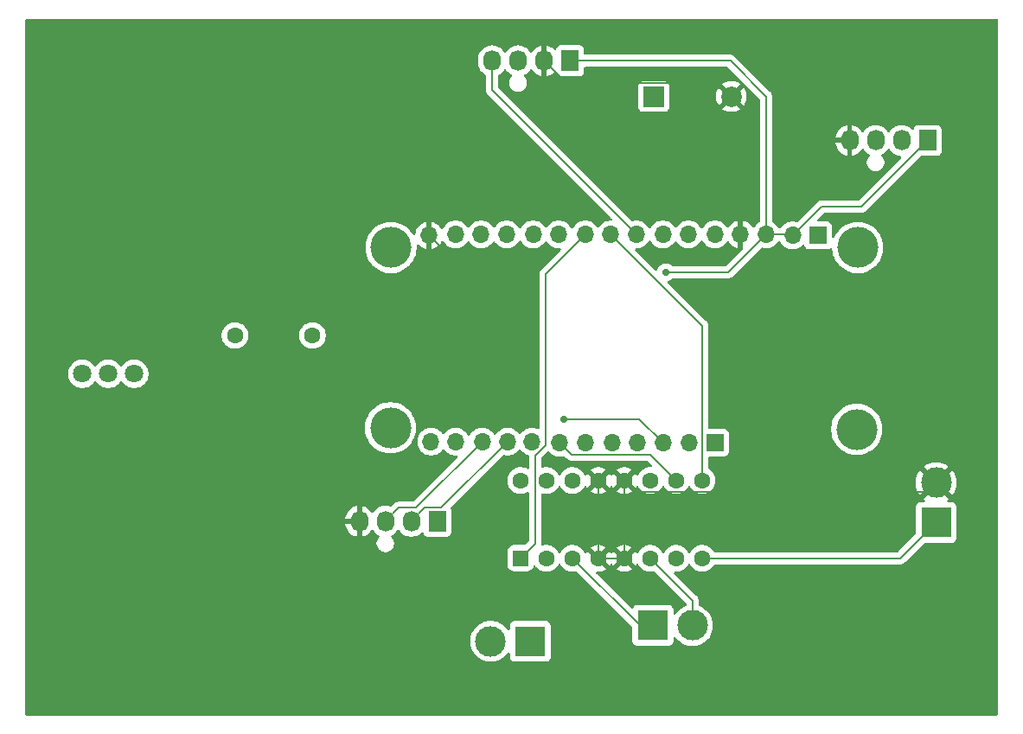
<source format=gbr>
%TF.GenerationSoftware,KiCad,Pcbnew,9.0.6*%
%TF.CreationDate,2025-12-20T14:01:59+05:30*%
%TF.ProjectId,lion_circuits_temp,6c696f6e-5f63-4697-9263-756974735f74,V 1.0*%
%TF.SameCoordinates,Original*%
%TF.FileFunction,Copper,L2,Bot*%
%TF.FilePolarity,Positive*%
%FSLAX46Y46*%
G04 Gerber Fmt 4.6, Leading zero omitted, Abs format (unit mm)*
G04 Created by KiCad (PCBNEW 9.0.6) date 2025-12-20 14:01:59*
%MOMM*%
%LPD*%
G01*
G04 APERTURE LIST*
G04 Aperture macros list*
%AMRoundRect*
0 Rectangle with rounded corners*
0 $1 Rounding radius*
0 $2 $3 $4 $5 $6 $7 $8 $9 X,Y pos of 4 corners*
0 Add a 4 corners polygon primitive as box body*
4,1,4,$2,$3,$4,$5,$6,$7,$8,$9,$2,$3,0*
0 Add four circle primitives for the rounded corners*
1,1,$1+$1,$2,$3*
1,1,$1+$1,$4,$5*
1,1,$1+$1,$6,$7*
1,1,$1+$1,$8,$9*
0 Add four rect primitives between the rounded corners*
20,1,$1+$1,$2,$3,$4,$5,0*
20,1,$1+$1,$4,$5,$6,$7,0*
20,1,$1+$1,$6,$7,$8,$9,0*
20,1,$1+$1,$8,$9,$2,$3,0*%
G04 Aperture macros list end*
%TA.AperFunction,ComponentPad*%
%ADD10C,4.000000*%
%TD*%
%TA.AperFunction,ComponentPad*%
%ADD11O,1.700000X1.700000*%
%TD*%
%TA.AperFunction,ComponentPad*%
%ADD12R,1.700000X1.700000*%
%TD*%
%TA.AperFunction,ComponentPad*%
%ADD13R,3.000000X3.000000*%
%TD*%
%TA.AperFunction,ComponentPad*%
%ADD14C,3.000000*%
%TD*%
%TA.AperFunction,ComponentPad*%
%ADD15R,2.000000X2.000000*%
%TD*%
%TA.AperFunction,ComponentPad*%
%ADD16C,2.000000*%
%TD*%
%TA.AperFunction,ComponentPad*%
%ADD17C,1.800000*%
%TD*%
%TA.AperFunction,ComponentPad*%
%ADD18C,1.600000*%
%TD*%
%TA.AperFunction,ComponentPad*%
%ADD19RoundRect,0.250000X0.550000X-0.550000X0.550000X0.550000X-0.550000X0.550000X-0.550000X-0.550000X0*%
%TD*%
%TA.AperFunction,ComponentPad*%
%ADD20R,1.730000X2.030000*%
%TD*%
%TA.AperFunction,ComponentPad*%
%ADD21O,1.730000X2.030000*%
%TD*%
%TA.AperFunction,ViaPad*%
%ADD22C,0.711000*%
%TD*%
%TA.AperFunction,Conductor*%
%ADD23C,0.200000*%
%TD*%
G04 APERTURE END LIST*
D10*
%TO.P,U2,*%
%TO.N,*%
X127625000Y-81943118D03*
X127675000Y-64293118D03*
X173275000Y-82093118D03*
X173375000Y-64293118D03*
D11*
%TO.P,U2,1,SCL*%
%TO.N,unconnected-(U2-SCL-Pad1)*%
X131600000Y-83300000D03*
%TO.P,U2,2,SDA*%
%TO.N,unconnected-(U2-SDA-Pad2)*%
X134000000Y-83300000D03*
%TO.P,U2,3,D8*%
%TO.N,/ECHO*%
X136600000Y-83300000D03*
%TO.P,U2,4,D9*%
%TO.N,/TRIG*%
X139100000Y-83300000D03*
%TO.P,U2,5,NC*%
%TO.N,unconnected-(U2-NC-Pad5)*%
X141500000Y-83300000D03*
%TO.P,U2,6,D3*%
%TO.N,/IN3*%
X144200000Y-83400000D03*
%TO.P,U2,7,D2*%
%TO.N,/IN4*%
X146700000Y-83400000D03*
%TO.P,U2,8,D1*%
%TO.N,/IN1*%
X149300000Y-83400000D03*
%TO.P,U2,9,D0*%
%TO.N,/IN2*%
X151800000Y-83400000D03*
%TO.P,U2,10,USB*%
%TO.N,/5v*%
X154300000Y-83400000D03*
%TO.P,U2,11,RST*%
%TO.N,unconnected-(U2-RST-Pad11)*%
X156900000Y-83400000D03*
D12*
%TO.P,U2,12,BAT*%
%TO.N,unconnected-(U2-BAT-Pad12)*%
X159400000Y-83400000D03*
%TO.P,U2,13,RST*%
%TO.N,unconnected-(U2-RST-Pad13)*%
X169500000Y-63100000D03*
D11*
%TO.P,U2,14,3V3*%
%TO.N,+3V3*%
X167000000Y-63100000D03*
%TO.P,U2,15,3V3*%
X164400000Y-63000000D03*
%TO.P,U2,16,GND*%
%TO.N,GND*%
X161900000Y-63000000D03*
%TO.P,U2,17,A0*%
%TO.N,/DHT*%
X159400000Y-63000000D03*
%TO.P,U2,18,A1*%
%TO.N,/LDR*%
X156800000Y-63000000D03*
%TO.P,U2,19,A2*%
%TO.N,/Buz*%
X154300000Y-63000000D03*
%TO.P,U2,20,A3*%
%TO.N,/vibration*%
X151700000Y-63000000D03*
%TO.P,U2,21,D-*%
%TO.N,/mot2_pwm*%
X149200000Y-63000000D03*
%TO.P,U2,22,D+*%
%TO.N,/mot1_pwm*%
X146700000Y-63000000D03*
%TO.P,U2,23,SCK*%
%TO.N,unconnected-(U2-SCK-Pad23)*%
X144100000Y-63000000D03*
%TO.P,U2,24,MO*%
%TO.N,unconnected-(U2-MO-Pad24)*%
X141600000Y-63000000D03*
%TO.P,U2,25,MI*%
%TO.N,unconnected-(U2-MI-Pad25)*%
X139000000Y-63000000D03*
%TO.P,U2,26,RX*%
%TO.N,unconnected-(U2-RX-Pad26)*%
X136500000Y-63000000D03*
%TO.P,U2,27,TX*%
%TO.N,unconnected-(U2-TX-Pad27)*%
X134000000Y-63000000D03*
%TO.P,U2,28,GND*%
%TO.N,GND*%
X131400000Y-63100000D03*
%TD*%
D13*
%TO.P,J6,1,Pin_1*%
%TO.N,Net-(J6-Pin_1)*%
X153320000Y-101300000D03*
D14*
%TO.P,J6,2,Pin_2*%
%TO.N,Net-(J6-Pin_2)*%
X157200000Y-101300000D03*
%TD*%
D15*
%TO.P,BZ1,1,+*%
%TO.N,/Buz*%
X153400000Y-49500000D03*
D16*
%TO.P,BZ1,2,-*%
%TO.N,GND*%
X161000000Y-49500000D03*
%TD*%
D17*
%TO.P,RV1,1,1*%
%TO.N,Net-(R1-Pad2)*%
X102540000Y-76650000D03*
%TO.P,RV1,2,2*%
%TO.N,/LDR*%
X100000000Y-76650000D03*
%TO.P,RV1,3,3*%
%TO.N,unconnected-(RV1-Pad3)*%
X97460000Y-76650000D03*
%TD*%
D13*
%TO.P,BT1,1,+*%
%TO.N,/Bat*%
X181050000Y-91207500D03*
D14*
%TO.P,BT1,2,-*%
%TO.N,GND*%
X181050000Y-87327500D03*
%TD*%
D13*
%TO.P,J2,1,Pin_1*%
%TO.N,Net-(J2-Pin_1)*%
X141307500Y-102850000D03*
D14*
%TO.P,J2,2,Pin_2*%
%TO.N,Net-(J2-Pin_2)*%
X137427500Y-102850000D03*
%TD*%
D18*
%TO.P,R1,1*%
%TO.N,+3V3*%
X120000000Y-72900000D03*
%TO.P,R1,2*%
%TO.N,Net-(R1-Pad2)*%
X112400000Y-72900000D03*
%TD*%
D19*
%TO.P,U1,1,EN1\u002C2*%
%TO.N,/mot1_pwm*%
X140360000Y-94720000D03*
D18*
%TO.P,U1,2,1A*%
%TO.N,/IN1*%
X142900000Y-94720000D03*
%TO.P,U1,3,1Y*%
%TO.N,Net-(J6-Pin_1)*%
X145440000Y-94720000D03*
%TO.P,U1,4,GND*%
%TO.N,GND*%
X147980000Y-94720000D03*
%TO.P,U1,5,GND*%
X150520000Y-94720000D03*
%TO.P,U1,6,2Y*%
%TO.N,Net-(J6-Pin_2)*%
X153060000Y-94720000D03*
%TO.P,U1,7,2A*%
%TO.N,/IN2*%
X155600000Y-94720000D03*
%TO.P,U1,8,VCC2*%
%TO.N,/Bat*%
X158140000Y-94720000D03*
%TO.P,U1,9,EN3\u002C4*%
%TO.N,/mot2_pwm*%
X158140000Y-87100000D03*
%TO.P,U1,10,3A*%
%TO.N,/IN3*%
X155600000Y-87100000D03*
%TO.P,U1,11,3Y*%
%TO.N,Net-(J2-Pin_1)*%
X153060000Y-87100000D03*
%TO.P,U1,12,GND*%
%TO.N,GND*%
X150520000Y-87100000D03*
%TO.P,U1,13,GND*%
X147980000Y-87100000D03*
%TO.P,U1,14,4Y*%
%TO.N,Net-(J2-Pin_2)*%
X145440000Y-87100000D03*
%TO.P,U1,15,4A*%
%TO.N,/IN4*%
X142900000Y-87100000D03*
%TO.P,U1,16,VCC1*%
%TO.N,/5v*%
X140360000Y-87100000D03*
%TD*%
D20*
%TO.P,J1,1,Pin_1*%
%TO.N,+3V3*%
X145200000Y-46000000D03*
D21*
%TO.P,J1,2,Pin_2*%
%TO.N,GND*%
X142660000Y-46000000D03*
%TO.P,J1,3,Pin_3*%
%TO.N,unconnected-(J1-Pin_3-Pad3)*%
X140120000Y-46000000D03*
%TO.P,J1,4,Pin_4*%
%TO.N,/vibration*%
X137580000Y-46000000D03*
%TD*%
D20*
%TO.P,J5,1,Pin_1*%
%TO.N,unconnected-(J5-Pin_1-Pad1)*%
X132200000Y-91100000D03*
D21*
%TO.P,J5,2,Pin_2*%
%TO.N,/TRIG*%
X129660000Y-91100000D03*
%TO.P,J5,3,Pin_3*%
%TO.N,/ECHO*%
X127120000Y-91100000D03*
%TO.P,J5,4,Pin_4*%
%TO.N,GND*%
X124580000Y-91100000D03*
%TD*%
D20*
%TO.P,J4,1,Pin_1*%
%TO.N,+3V3*%
X180200000Y-53800000D03*
D21*
%TO.P,J4,2,Pin_2*%
%TO.N,/DHT*%
X177660000Y-53800000D03*
%TO.P,J4,3,Pin_3*%
%TO.N,unconnected-(J4-Pin_3-Pad3)*%
X175120000Y-53800000D03*
%TO.P,J4,4,Pin_4*%
%TO.N,GND*%
X172580000Y-53800000D03*
%TD*%
D22*
%TO.N,GND*%
X137400000Y-74380000D03*
%TO.N,/5v*%
X144600000Y-81100000D03*
%TO.N,GND*%
X162400000Y-53800000D03*
%TO.N,+3V3*%
X154600000Y-66700000D03*
%TD*%
D23*
%TO.N,+3V3*%
X164400000Y-49500000D02*
X164400000Y-63000000D01*
X169800000Y-60300000D02*
X173700000Y-60300000D01*
X160700000Y-66700000D02*
X164400000Y-63000000D01*
%TO.N,GND*%
X151621000Y-88201000D02*
X180176500Y-88201000D01*
%TO.N,/ECHO*%
X128436000Y-89784000D02*
X130116000Y-89784000D01*
%TO.N,+3V3*%
X160900000Y-46000000D02*
X164400000Y-49500000D01*
%TO.N,GND*%
X137400000Y-74380000D02*
X137400000Y-69100000D01*
%TO.N,+3V3*%
X145200000Y-46000000D02*
X160900000Y-46000000D01*
X154600000Y-66700000D02*
X160700000Y-66700000D01*
%TO.N,Net-(J6-Pin_2)*%
X157200000Y-101300000D02*
X157200000Y-98860000D01*
X157200000Y-98860000D02*
X153060000Y-94720000D01*
%TO.N,/ECHO*%
X127120000Y-91100000D02*
X128436000Y-89784000D01*
%TO.N,GND*%
X124580000Y-91994206D02*
X124580000Y-91100000D01*
X142660000Y-46000000D02*
X144859000Y-48199000D01*
X159699000Y-48199000D02*
X161000000Y-49500000D01*
%TO.N,/ECHO*%
X130116000Y-89784000D02*
X136600000Y-83300000D01*
%TO.N,/vibration*%
X137580000Y-48880000D02*
X151700000Y-63000000D01*
%TO.N,+3V3*%
X164400000Y-63000000D02*
X166900000Y-63000000D01*
X166900000Y-63000000D02*
X167000000Y-63100000D01*
X167000000Y-63100000D02*
X169800000Y-60300000D01*
%TO.N,GND*%
X180176500Y-88201000D02*
X181050000Y-87327500D01*
X150520000Y-94720000D02*
X147980000Y-94720000D01*
X147980000Y-87100000D02*
X147980000Y-94720000D01*
X162400000Y-53800000D02*
X161900000Y-54300000D01*
X137400000Y-69100000D02*
X131400000Y-63100000D01*
%TO.N,Net-(J6-Pin_1)*%
X153320000Y-101300000D02*
X152020000Y-101300000D01*
%TO.N,/TRIG*%
X130976000Y-89784000D02*
X132616000Y-89784000D01*
%TO.N,/vibration*%
X137580000Y-46000000D02*
X137580000Y-48880000D01*
%TO.N,GND*%
X161900000Y-54300000D02*
X161900000Y-63000000D01*
%TO.N,Net-(J6-Pin_1)*%
X152020000Y-101300000D02*
X145440000Y-94720000D01*
%TO.N,GND*%
X150520000Y-87100000D02*
X150520000Y-94720000D01*
%TO.N,/TRIG*%
X132616000Y-89784000D02*
X139100000Y-83300000D01*
%TO.N,GND*%
X144859000Y-48199000D02*
X159699000Y-48199000D01*
X150520000Y-87100000D02*
X151621000Y-88201000D01*
%TO.N,+3V3*%
X173700000Y-60300000D02*
X180200000Y-53800000D01*
%TO.N,/TRIG*%
X129660000Y-91100000D02*
X130976000Y-89784000D01*
%TO.N,/Bat*%
X158140000Y-94720000D02*
X177537500Y-94720000D01*
X177537500Y-94720000D02*
X181050000Y-91207500D01*
%TO.N,/mot2_pwm*%
X158140000Y-71940000D02*
X149200000Y-63000000D01*
%TO.N,/IN3*%
X153051000Y-84551000D02*
X145351000Y-84551000D01*
%TO.N,/mot1_pwm*%
X141799000Y-84628760D02*
X142800000Y-83627760D01*
X140360000Y-94720000D02*
X141799000Y-93281000D01*
%TO.N,/5v*%
X152000000Y-81100000D02*
X144600000Y-81100000D01*
X154300000Y-83400000D02*
X152000000Y-81100000D01*
%TO.N,/mot2_pwm*%
X158140000Y-87100000D02*
X158140000Y-71940000D01*
%TO.N,/IN3*%
X145351000Y-84551000D02*
X144200000Y-83400000D01*
%TO.N,/mot1_pwm*%
X141799000Y-93281000D02*
X141799000Y-84628760D01*
X142800000Y-66900000D02*
X146700000Y-63000000D01*
%TO.N,/IN3*%
X155600000Y-87100000D02*
X153051000Y-84551000D01*
%TO.N,/mot1_pwm*%
X142800000Y-83627760D02*
X142800000Y-66900000D01*
%TD*%
%TA.AperFunction,Conductor*%
%TO.N,GND*%
G36*
X150120000Y-94772661D02*
G01*
X150147259Y-94874394D01*
X150199920Y-94965606D01*
X150274394Y-95040080D01*
X150365606Y-95092741D01*
X150467339Y-95120000D01*
X150473553Y-95120000D01*
X149794076Y-95799474D01*
X149838650Y-95831859D01*
X150020968Y-95924755D01*
X150215582Y-95987990D01*
X150417683Y-96020000D01*
X150622317Y-96020000D01*
X150824417Y-95987990D01*
X151019031Y-95924755D01*
X151201349Y-95831859D01*
X151245921Y-95799474D01*
X150566447Y-95120000D01*
X150572661Y-95120000D01*
X150674394Y-95092741D01*
X150765606Y-95040080D01*
X150840080Y-94965606D01*
X150892741Y-94874394D01*
X150920000Y-94772661D01*
X150920000Y-94766447D01*
X151599474Y-95445921D01*
X151631861Y-95401347D01*
X151631861Y-95401346D01*
X151679234Y-95308371D01*
X151727208Y-95257575D01*
X151795028Y-95240779D01*
X151861164Y-95263316D01*
X151900203Y-95308369D01*
X151947713Y-95401611D01*
X152068028Y-95567213D01*
X152212786Y-95711971D01*
X152333226Y-95799474D01*
X152378390Y-95832287D01*
X152494607Y-95891503D01*
X152560776Y-95925218D01*
X152560778Y-95925218D01*
X152560781Y-95925220D01*
X152651856Y-95954812D01*
X152755465Y-95988477D01*
X152856557Y-96004488D01*
X152957648Y-96020500D01*
X152957649Y-96020500D01*
X153162351Y-96020500D01*
X153162352Y-96020500D01*
X153364534Y-95988477D01*
X153378842Y-95983827D01*
X153448682Y-95981831D01*
X153504842Y-96014077D01*
X156563181Y-99072416D01*
X156577884Y-99099343D01*
X156594477Y-99125162D01*
X156595368Y-99131362D01*
X156596666Y-99133739D01*
X156599500Y-99160097D01*
X156599500Y-99300556D01*
X156579815Y-99367595D01*
X156527011Y-99413350D01*
X156522953Y-99415117D01*
X156313309Y-99501954D01*
X156313299Y-99501958D01*
X156086196Y-99633075D01*
X155878148Y-99792718D01*
X155692718Y-99978148D01*
X155542874Y-100173427D01*
X155486446Y-100214629D01*
X155416700Y-100218784D01*
X155355780Y-100184571D01*
X155323028Y-100122854D01*
X155320499Y-100097940D01*
X155320499Y-99752129D01*
X155320498Y-99752123D01*
X155314091Y-99692516D01*
X155263797Y-99557671D01*
X155263793Y-99557664D01*
X155177547Y-99442455D01*
X155177544Y-99442452D01*
X155062335Y-99356206D01*
X155062328Y-99356202D01*
X154927482Y-99305908D01*
X154927483Y-99305908D01*
X154867883Y-99299501D01*
X154867881Y-99299500D01*
X154867873Y-99299500D01*
X154867864Y-99299500D01*
X151772129Y-99299500D01*
X151772123Y-99299501D01*
X151712516Y-99305908D01*
X151577671Y-99356202D01*
X151577664Y-99356206D01*
X151462455Y-99442452D01*
X151462452Y-99442455D01*
X151376206Y-99557664D01*
X151376198Y-99557678D01*
X151375902Y-99558474D01*
X151375393Y-99559152D01*
X151371953Y-99565454D01*
X151371046Y-99564958D01*
X151334025Y-99614403D01*
X151268558Y-99638813D01*
X151200286Y-99623954D01*
X151172044Y-99602809D01*
X147800916Y-96231681D01*
X147767431Y-96170358D01*
X147772415Y-96100666D01*
X147814287Y-96044733D01*
X147879751Y-96020316D01*
X147888597Y-96020000D01*
X148082317Y-96020000D01*
X148284417Y-95987990D01*
X148479031Y-95924755D01*
X148661349Y-95831859D01*
X148705921Y-95799474D01*
X148026446Y-95120000D01*
X148032661Y-95120000D01*
X148134394Y-95092741D01*
X148225606Y-95040080D01*
X148300080Y-94965606D01*
X148352741Y-94874394D01*
X148380000Y-94772661D01*
X148380000Y-94766447D01*
X149059474Y-95445921D01*
X149091861Y-95401347D01*
X149091861Y-95401346D01*
X149139515Y-95307820D01*
X149187489Y-95257024D01*
X149255310Y-95240228D01*
X149321445Y-95262765D01*
X149360485Y-95307819D01*
X149408141Y-95401350D01*
X149408147Y-95401359D01*
X149440523Y-95445921D01*
X149440524Y-95445922D01*
X150120000Y-94766446D01*
X150120000Y-94772661D01*
G37*
%TD.AperFunction*%
%TA.AperFunction,Conductor*%
G36*
X143126882Y-84252625D02*
G01*
X143171230Y-84281126D01*
X143320213Y-84430109D01*
X143492179Y-84555048D01*
X143492181Y-84555049D01*
X143492184Y-84555051D01*
X143681588Y-84651557D01*
X143883757Y-84717246D01*
X144093713Y-84750500D01*
X144093714Y-84750500D01*
X144306286Y-84750500D01*
X144306287Y-84750500D01*
X144516243Y-84717246D01*
X144558523Y-84703507D01*
X144628362Y-84701511D01*
X144684522Y-84733757D01*
X144866139Y-84915374D01*
X144866149Y-84915385D01*
X144870479Y-84919715D01*
X144870480Y-84919716D01*
X144982284Y-85031520D01*
X145069095Y-85081639D01*
X145069097Y-85081641D01*
X145107151Y-85103611D01*
X145119215Y-85110577D01*
X145271943Y-85151501D01*
X145271946Y-85151501D01*
X145437654Y-85151501D01*
X145437670Y-85151500D01*
X152750903Y-85151500D01*
X152817942Y-85171185D01*
X152838584Y-85187819D01*
X153238584Y-85587819D01*
X153272069Y-85649142D01*
X153267085Y-85718834D01*
X153225213Y-85774767D01*
X153159749Y-85799184D01*
X153150903Y-85799500D01*
X152957648Y-85799500D01*
X152933329Y-85803351D01*
X152755465Y-85831522D01*
X152560776Y-85894781D01*
X152378386Y-85987715D01*
X152212786Y-86108028D01*
X152068028Y-86252786D01*
X151947713Y-86418388D01*
X151900203Y-86511630D01*
X151852228Y-86562426D01*
X151784407Y-86579220D01*
X151718272Y-86556682D01*
X151679234Y-86511628D01*
X151631861Y-86418652D01*
X151599474Y-86374077D01*
X151599474Y-86374076D01*
X150920000Y-87053551D01*
X150920000Y-87047339D01*
X150892741Y-86945606D01*
X150840080Y-86854394D01*
X150765606Y-86779920D01*
X150674394Y-86727259D01*
X150572661Y-86700000D01*
X150566446Y-86700000D01*
X151245922Y-86020524D01*
X151245921Y-86020523D01*
X151201359Y-85988147D01*
X151201350Y-85988141D01*
X151019031Y-85895244D01*
X150824417Y-85832009D01*
X150622317Y-85800000D01*
X150417683Y-85800000D01*
X150215582Y-85832009D01*
X150020968Y-85895244D01*
X149838644Y-85988143D01*
X149794077Y-86020523D01*
X149794077Y-86020524D01*
X150473554Y-86700000D01*
X150467339Y-86700000D01*
X150365606Y-86727259D01*
X150274394Y-86779920D01*
X150199920Y-86854394D01*
X150147259Y-86945606D01*
X150120000Y-87047339D01*
X150120000Y-87053553D01*
X149440524Y-86374077D01*
X149440523Y-86374077D01*
X149408143Y-86418644D01*
X149360485Y-86512180D01*
X149312510Y-86562976D01*
X149244689Y-86579771D01*
X149178554Y-86557233D01*
X149139515Y-86512180D01*
X149091859Y-86418650D01*
X149059474Y-86374077D01*
X149059474Y-86374076D01*
X148380000Y-87053551D01*
X148380000Y-87047339D01*
X148352741Y-86945606D01*
X148300080Y-86854394D01*
X148225606Y-86779920D01*
X148134394Y-86727259D01*
X148032661Y-86700000D01*
X148026446Y-86700000D01*
X148705922Y-86020524D01*
X148705921Y-86020523D01*
X148661359Y-85988147D01*
X148661350Y-85988141D01*
X148479031Y-85895244D01*
X148284417Y-85832009D01*
X148082317Y-85800000D01*
X147877683Y-85800000D01*
X147675582Y-85832009D01*
X147480968Y-85895244D01*
X147298644Y-85988143D01*
X147254077Y-86020523D01*
X147254077Y-86020524D01*
X147933554Y-86700000D01*
X147927339Y-86700000D01*
X147825606Y-86727259D01*
X147734394Y-86779920D01*
X147659920Y-86854394D01*
X147607259Y-86945606D01*
X147580000Y-87047339D01*
X147580000Y-87053553D01*
X146900524Y-86374077D01*
X146900523Y-86374077D01*
X146868143Y-86418644D01*
X146820765Y-86511630D01*
X146772790Y-86562426D01*
X146704969Y-86579221D01*
X146638834Y-86556683D01*
X146599795Y-86511630D01*
X146569667Y-86452500D01*
X146552287Y-86418390D01*
X146552285Y-86418387D01*
X146552284Y-86418385D01*
X146431971Y-86252786D01*
X146287213Y-86108028D01*
X146121613Y-85987715D01*
X146121612Y-85987714D01*
X146121610Y-85987713D01*
X146041565Y-85946928D01*
X145939223Y-85894781D01*
X145744534Y-85831522D01*
X145569995Y-85803878D01*
X145542352Y-85799500D01*
X145337648Y-85799500D01*
X145313329Y-85803351D01*
X145135465Y-85831522D01*
X144940776Y-85894781D01*
X144758386Y-85987715D01*
X144592786Y-86108028D01*
X144448028Y-86252786D01*
X144327715Y-86418386D01*
X144280485Y-86511080D01*
X144232510Y-86561876D01*
X144164689Y-86578671D01*
X144098554Y-86556134D01*
X144059515Y-86511080D01*
X144046800Y-86486126D01*
X144012287Y-86418390D01*
X143980092Y-86374077D01*
X143891971Y-86252786D01*
X143747213Y-86108028D01*
X143581613Y-85987715D01*
X143581612Y-85987714D01*
X143581610Y-85987713D01*
X143501565Y-85946928D01*
X143399223Y-85894781D01*
X143204534Y-85831522D01*
X143029995Y-85803878D01*
X143002352Y-85799500D01*
X142797648Y-85799500D01*
X142757102Y-85805922D01*
X142595464Y-85831523D01*
X142595457Y-85831524D01*
X142561817Y-85842455D01*
X142491976Y-85844450D01*
X142432144Y-85808369D01*
X142401316Y-85745668D01*
X142399500Y-85724524D01*
X142399500Y-84928857D01*
X142419185Y-84861818D01*
X142435819Y-84841176D01*
X142714823Y-84562172D01*
X142995870Y-84281124D01*
X143057191Y-84247641D01*
X143126882Y-84252625D01*
G37*
%TD.AperFunction*%
%TA.AperFunction,Conductor*%
G36*
X162150000Y-64349402D02*
G01*
X162130315Y-64416441D01*
X162113681Y-64437083D01*
X160487584Y-66063181D01*
X160426261Y-66096666D01*
X160399903Y-66099500D01*
X155261430Y-66099500D01*
X155194391Y-66079815D01*
X155173749Y-66063181D01*
X155145671Y-66035103D01*
X155145667Y-66035100D01*
X155005474Y-65941425D01*
X155005465Y-65941420D01*
X154849686Y-65876895D01*
X154849678Y-65876893D01*
X154684313Y-65844000D01*
X154684309Y-65844000D01*
X154515691Y-65844000D01*
X154515686Y-65844000D01*
X154350321Y-65876893D01*
X154350313Y-65876895D01*
X154194534Y-65941420D01*
X154194525Y-65941425D01*
X154054332Y-66035100D01*
X154054328Y-66035103D01*
X153935103Y-66154328D01*
X153935100Y-66154332D01*
X153841425Y-66294525D01*
X153841420Y-66294534D01*
X153776895Y-66450313D01*
X153776892Y-66450323D01*
X153776137Y-66454120D01*
X153775193Y-66455923D01*
X153775126Y-66456146D01*
X153775083Y-66456133D01*
X153743750Y-66516030D01*
X153683032Y-66550602D01*
X153613263Y-66546859D01*
X153566840Y-66517605D01*
X151611416Y-64562181D01*
X151577931Y-64500858D01*
X151582915Y-64431166D01*
X151624787Y-64375233D01*
X151690251Y-64350816D01*
X151699097Y-64350500D01*
X151806286Y-64350500D01*
X151806287Y-64350500D01*
X152016243Y-64317246D01*
X152218412Y-64251557D01*
X152407816Y-64155051D01*
X152442677Y-64129723D01*
X152579786Y-64030109D01*
X152579788Y-64030106D01*
X152579792Y-64030104D01*
X152730104Y-63879792D01*
X152730106Y-63879788D01*
X152730109Y-63879786D01*
X152855048Y-63707820D01*
X152855050Y-63707817D01*
X152855051Y-63707816D01*
X152889515Y-63640175D01*
X152937489Y-63589380D01*
X153005310Y-63572585D01*
X153071445Y-63595122D01*
X153110484Y-63640175D01*
X153126975Y-63672540D01*
X153144951Y-63707820D01*
X153269890Y-63879786D01*
X153420213Y-64030109D01*
X153592179Y-64155048D01*
X153592181Y-64155049D01*
X153592184Y-64155051D01*
X153781588Y-64251557D01*
X153983757Y-64317246D01*
X154193713Y-64350500D01*
X154193714Y-64350500D01*
X154406286Y-64350500D01*
X154406287Y-64350500D01*
X154616243Y-64317246D01*
X154818412Y-64251557D01*
X155007816Y-64155051D01*
X155042677Y-64129723D01*
X155179786Y-64030109D01*
X155179788Y-64030106D01*
X155179792Y-64030104D01*
X155330104Y-63879792D01*
X155449683Y-63715204D01*
X155505011Y-63672540D01*
X155574624Y-63666561D01*
X155636420Y-63699166D01*
X155650313Y-63715199D01*
X155717603Y-63807816D01*
X155769896Y-63879792D01*
X155920213Y-64030109D01*
X156092179Y-64155048D01*
X156092181Y-64155049D01*
X156092184Y-64155051D01*
X156281588Y-64251557D01*
X156483757Y-64317246D01*
X156693713Y-64350500D01*
X156693714Y-64350500D01*
X156906286Y-64350500D01*
X156906287Y-64350500D01*
X157116243Y-64317246D01*
X157318412Y-64251557D01*
X157507816Y-64155051D01*
X157542677Y-64129723D01*
X157679786Y-64030109D01*
X157679788Y-64030106D01*
X157679792Y-64030104D01*
X157830104Y-63879792D01*
X157830106Y-63879788D01*
X157830109Y-63879786D01*
X157955048Y-63707820D01*
X157955050Y-63707817D01*
X157955051Y-63707816D01*
X157989515Y-63640175D01*
X158037489Y-63589380D01*
X158105310Y-63572585D01*
X158171445Y-63595122D01*
X158210484Y-63640175D01*
X158226975Y-63672540D01*
X158244951Y-63707820D01*
X158369890Y-63879786D01*
X158520213Y-64030109D01*
X158692179Y-64155048D01*
X158692181Y-64155049D01*
X158692184Y-64155051D01*
X158881588Y-64251557D01*
X159083757Y-64317246D01*
X159293713Y-64350500D01*
X159293714Y-64350500D01*
X159506286Y-64350500D01*
X159506287Y-64350500D01*
X159716243Y-64317246D01*
X159918412Y-64251557D01*
X160107816Y-64155051D01*
X160142677Y-64129723D01*
X160279786Y-64030109D01*
X160279788Y-64030106D01*
X160279792Y-64030104D01*
X160430104Y-63879792D01*
X160549991Y-63714779D01*
X160605320Y-63672115D01*
X160674933Y-63666136D01*
X160736729Y-63698741D01*
X160750627Y-63714781D01*
X160870272Y-63879459D01*
X160870276Y-63879464D01*
X161020535Y-64029723D01*
X161020540Y-64029727D01*
X161192442Y-64154620D01*
X161381782Y-64251095D01*
X161583871Y-64316757D01*
X161650000Y-64327231D01*
X161650000Y-63433012D01*
X161707007Y-63465925D01*
X161834174Y-63500000D01*
X161965826Y-63500000D01*
X162092993Y-63465925D01*
X162150000Y-63433012D01*
X162150000Y-64349402D01*
G37*
%TD.AperFunction*%
%TA.AperFunction,Conductor*%
G36*
X142910000Y-47492418D02*
G01*
X142979638Y-47481388D01*
X142979641Y-47481388D01*
X143183975Y-47414996D01*
X143375416Y-47317452D01*
X143549236Y-47191164D01*
X143643896Y-47096504D01*
X143705219Y-47063019D01*
X143774911Y-47068003D01*
X143830845Y-47109874D01*
X143847760Y-47140852D01*
X143891202Y-47257328D01*
X143891206Y-47257335D01*
X143977452Y-47372544D01*
X143977455Y-47372547D01*
X144092664Y-47458793D01*
X144092671Y-47458797D01*
X144227517Y-47509091D01*
X144227516Y-47509091D01*
X144234444Y-47509835D01*
X144287127Y-47515500D01*
X146112872Y-47515499D01*
X146172483Y-47509091D01*
X146307331Y-47458796D01*
X146422546Y-47372546D01*
X146508796Y-47257331D01*
X146559091Y-47122483D01*
X146565500Y-47062873D01*
X146565500Y-46724500D01*
X146585185Y-46657461D01*
X146637989Y-46611706D01*
X146689500Y-46600500D01*
X160599903Y-46600500D01*
X160666942Y-46620185D01*
X160687584Y-46636819D01*
X163763181Y-49712416D01*
X163796666Y-49773739D01*
X163799500Y-49800097D01*
X163799500Y-61714281D01*
X163779815Y-61781320D01*
X163731795Y-61824765D01*
X163692185Y-61844947D01*
X163692184Y-61844948D01*
X163520213Y-61969890D01*
X163369894Y-62120209D01*
X163369890Y-62120214D01*
X163250008Y-62285218D01*
X163194678Y-62327884D01*
X163125065Y-62333863D01*
X163063270Y-62301257D01*
X163049372Y-62285218D01*
X162929727Y-62120540D01*
X162929723Y-62120535D01*
X162779464Y-61970276D01*
X162779459Y-61970272D01*
X162607557Y-61845379D01*
X162418215Y-61748903D01*
X162216124Y-61683241D01*
X162150000Y-61672768D01*
X162150000Y-62566988D01*
X162092993Y-62534075D01*
X161965826Y-62500000D01*
X161834174Y-62500000D01*
X161707007Y-62534075D01*
X161650000Y-62566988D01*
X161650000Y-61672768D01*
X161649999Y-61672768D01*
X161583875Y-61683241D01*
X161381784Y-61748903D01*
X161192442Y-61845379D01*
X161020540Y-61970272D01*
X161020535Y-61970276D01*
X160870276Y-62120535D01*
X160870272Y-62120540D01*
X160750627Y-62285218D01*
X160695297Y-62327884D01*
X160625684Y-62333863D01*
X160563889Y-62301257D01*
X160549991Y-62285218D01*
X160430109Y-62120214D01*
X160430105Y-62120209D01*
X160279786Y-61969890D01*
X160107820Y-61844951D01*
X159918414Y-61748444D01*
X159918413Y-61748443D01*
X159918412Y-61748443D01*
X159716243Y-61682754D01*
X159716241Y-61682753D01*
X159716240Y-61682753D01*
X159554957Y-61657208D01*
X159506287Y-61649500D01*
X159293713Y-61649500D01*
X159245042Y-61657208D01*
X159083760Y-61682753D01*
X158881585Y-61748444D01*
X158692179Y-61844951D01*
X158520213Y-61969890D01*
X158369890Y-62120213D01*
X158244951Y-62292180D01*
X158210485Y-62359823D01*
X158162510Y-62410619D01*
X158094689Y-62427414D01*
X158028554Y-62404876D01*
X157989515Y-62359823D01*
X157973024Y-62327459D01*
X157955051Y-62292184D01*
X157924835Y-62250595D01*
X157830109Y-62120213D01*
X157679786Y-61969890D01*
X157507820Y-61844951D01*
X157318414Y-61748444D01*
X157318413Y-61748443D01*
X157318412Y-61748443D01*
X157116243Y-61682754D01*
X157116241Y-61682753D01*
X157116240Y-61682753D01*
X156954957Y-61657208D01*
X156906287Y-61649500D01*
X156693713Y-61649500D01*
X156645042Y-61657208D01*
X156483760Y-61682753D01*
X156281585Y-61748444D01*
X156092179Y-61844951D01*
X155920213Y-61969890D01*
X155769894Y-62120209D01*
X155769890Y-62120214D01*
X155650318Y-62284793D01*
X155594989Y-62327459D01*
X155525375Y-62333438D01*
X155463580Y-62300833D01*
X155449682Y-62284793D01*
X155330109Y-62120214D01*
X155330105Y-62120209D01*
X155179786Y-61969890D01*
X155007820Y-61844951D01*
X154818414Y-61748444D01*
X154818413Y-61748443D01*
X154818412Y-61748443D01*
X154616243Y-61682754D01*
X154616241Y-61682753D01*
X154616240Y-61682753D01*
X154454957Y-61657208D01*
X154406287Y-61649500D01*
X154193713Y-61649500D01*
X154145042Y-61657208D01*
X153983760Y-61682753D01*
X153781585Y-61748444D01*
X153592179Y-61844951D01*
X153420213Y-61969890D01*
X153269890Y-62120213D01*
X153144951Y-62292180D01*
X153110485Y-62359823D01*
X153062510Y-62410619D01*
X152994689Y-62427414D01*
X152928554Y-62404876D01*
X152889515Y-62359823D01*
X152873024Y-62327459D01*
X152855051Y-62292184D01*
X152824835Y-62250595D01*
X152730109Y-62120213D01*
X152579786Y-61969890D01*
X152407820Y-61844951D01*
X152218414Y-61748444D01*
X152218413Y-61748443D01*
X152218412Y-61748443D01*
X152016243Y-61682754D01*
X152016241Y-61682753D01*
X152016240Y-61682753D01*
X151854957Y-61657208D01*
X151806287Y-61649500D01*
X151593713Y-61649500D01*
X151523727Y-61660584D01*
X151383755Y-61682754D01*
X151383748Y-61682755D01*
X151341475Y-61696491D01*
X151271634Y-61698486D01*
X151215477Y-61666241D01*
X138216819Y-48667583D01*
X138183334Y-48606260D01*
X138180500Y-48579902D01*
X138180500Y-47452553D01*
X138200185Y-47385514D01*
X138248206Y-47342068D01*
X138295676Y-47317881D01*
X138295675Y-47317881D01*
X138295678Y-47317880D01*
X138469563Y-47191545D01*
X138621545Y-47039563D01*
X138747880Y-46865678D01*
X138747879Y-46865678D01*
X138749682Y-46863198D01*
X138805012Y-46820532D01*
X138874625Y-46814553D01*
X138936420Y-46847159D01*
X138950318Y-46863198D01*
X138952120Y-46865678D01*
X139078455Y-47039563D01*
X139230437Y-47191545D01*
X139404322Y-47317880D01*
X139451794Y-47342068D01*
X139482934Y-47357935D01*
X139533730Y-47405910D01*
X139550525Y-47473731D01*
X139527987Y-47539866D01*
X139514321Y-47556101D01*
X139455643Y-47614779D01*
X139455641Y-47614782D01*
X139362043Y-47754861D01*
X139297569Y-47910517D01*
X139297567Y-47910523D01*
X139264700Y-48075757D01*
X139264700Y-48075760D01*
X139264700Y-48244240D01*
X139264700Y-48244242D01*
X139264699Y-48244242D01*
X139297567Y-48409476D01*
X139297569Y-48409482D01*
X139362043Y-48565138D01*
X139455641Y-48705217D01*
X139455647Y-48705225D01*
X139574774Y-48824352D01*
X139574782Y-48824358D01*
X139714861Y-48917956D01*
X139760451Y-48936840D01*
X139870518Y-48982431D01*
X139870522Y-48982431D01*
X139870523Y-48982432D01*
X140035757Y-49015300D01*
X140035760Y-49015300D01*
X140204242Y-49015300D01*
X140315409Y-48993186D01*
X140369482Y-48982431D01*
X140525136Y-48917957D01*
X140525136Y-48917956D01*
X140525138Y-48917956D01*
X140594709Y-48871469D01*
X140665222Y-48824355D01*
X140784355Y-48705222D01*
X140877957Y-48565136D01*
X140924764Y-48452135D01*
X151899500Y-48452135D01*
X151899500Y-50547870D01*
X151899501Y-50547876D01*
X151905908Y-50607483D01*
X151956202Y-50742328D01*
X151956206Y-50742335D01*
X152042452Y-50857544D01*
X152042455Y-50857547D01*
X152157664Y-50943793D01*
X152157671Y-50943797D01*
X152292517Y-50994091D01*
X152292516Y-50994091D01*
X152299444Y-50994835D01*
X152352127Y-51000500D01*
X154447872Y-51000499D01*
X154507483Y-50994091D01*
X154642331Y-50943796D01*
X154757546Y-50857546D01*
X154843796Y-50742331D01*
X154894091Y-50607483D01*
X154900500Y-50547873D01*
X154900499Y-49381947D01*
X159500000Y-49381947D01*
X159500000Y-49618052D01*
X159536934Y-49851247D01*
X159609897Y-50075802D01*
X159717087Y-50286174D01*
X159777338Y-50369104D01*
X159777340Y-50369105D01*
X160517037Y-49629408D01*
X160534075Y-49692993D01*
X160599901Y-49807007D01*
X160692993Y-49900099D01*
X160807007Y-49965925D01*
X160870590Y-49982962D01*
X160130893Y-50722658D01*
X160213828Y-50782914D01*
X160424197Y-50890102D01*
X160648752Y-50963065D01*
X160648751Y-50963065D01*
X160881948Y-51000000D01*
X161118052Y-51000000D01*
X161351247Y-50963065D01*
X161575802Y-50890102D01*
X161786163Y-50782918D01*
X161786169Y-50782914D01*
X161869104Y-50722658D01*
X161869105Y-50722658D01*
X161129408Y-49982962D01*
X161192993Y-49965925D01*
X161307007Y-49900099D01*
X161400099Y-49807007D01*
X161465925Y-49692993D01*
X161482962Y-49629409D01*
X162222658Y-50369105D01*
X162222658Y-50369104D01*
X162282914Y-50286169D01*
X162282918Y-50286163D01*
X162390102Y-50075802D01*
X162463065Y-49851247D01*
X162500000Y-49618052D01*
X162500000Y-49381947D01*
X162463065Y-49148752D01*
X162390102Y-48924197D01*
X162282914Y-48713828D01*
X162222658Y-48630894D01*
X162222658Y-48630893D01*
X161482962Y-49370590D01*
X161465925Y-49307007D01*
X161400099Y-49192993D01*
X161307007Y-49099901D01*
X161192993Y-49034075D01*
X161129409Y-49017037D01*
X161869105Y-48277340D01*
X161869104Y-48277338D01*
X161786174Y-48217087D01*
X161575802Y-48109897D01*
X161351247Y-48036934D01*
X161351248Y-48036934D01*
X161118052Y-48000000D01*
X160881948Y-48000000D01*
X160648752Y-48036934D01*
X160424197Y-48109897D01*
X160213830Y-48217084D01*
X160130894Y-48277340D01*
X160870591Y-49017037D01*
X160807007Y-49034075D01*
X160692993Y-49099901D01*
X160599901Y-49192993D01*
X160534075Y-49307007D01*
X160517037Y-49370591D01*
X159777340Y-48630894D01*
X159717084Y-48713830D01*
X159609897Y-48924197D01*
X159536934Y-49148752D01*
X159500000Y-49381947D01*
X154900499Y-49381947D01*
X154900499Y-48452128D01*
X154894091Y-48392517D01*
X154894090Y-48392514D01*
X154884922Y-48367931D01*
X154843797Y-48257671D01*
X154843793Y-48257664D01*
X154757547Y-48142455D01*
X154757544Y-48142452D01*
X154642335Y-48056206D01*
X154642328Y-48056202D01*
X154507482Y-48005908D01*
X154507483Y-48005908D01*
X154447883Y-47999501D01*
X154447881Y-47999500D01*
X154447873Y-47999500D01*
X154447864Y-47999500D01*
X152352129Y-47999500D01*
X152352123Y-47999501D01*
X152292516Y-48005908D01*
X152157671Y-48056202D01*
X152157664Y-48056206D01*
X152042455Y-48142452D01*
X152042452Y-48142455D01*
X151956206Y-48257664D01*
X151956202Y-48257671D01*
X151905908Y-48392517D01*
X151899501Y-48452116D01*
X151899501Y-48452123D01*
X151899500Y-48452135D01*
X140924764Y-48452135D01*
X140942431Y-48409482D01*
X140968716Y-48277340D01*
X140975300Y-48244242D01*
X140975300Y-48075757D01*
X140942432Y-47910523D01*
X140942431Y-47910522D01*
X140942431Y-47910518D01*
X140877957Y-47754864D01*
X140877956Y-47754861D01*
X140784358Y-47614782D01*
X140784352Y-47614774D01*
X140725679Y-47556101D01*
X140692194Y-47494778D01*
X140697178Y-47425086D01*
X140739050Y-47369153D01*
X140757065Y-47357935D01*
X140835678Y-47317880D01*
X141009563Y-47191545D01*
X141161545Y-47039563D01*
X141287880Y-46865678D01*
X141287881Y-46865675D01*
X141289990Y-46862773D01*
X141345320Y-46820107D01*
X141414933Y-46814128D01*
X141476728Y-46846734D01*
X141490626Y-46862772D01*
X141618838Y-47039239D01*
X141618838Y-47039240D01*
X141770759Y-47191161D01*
X141944583Y-47317452D01*
X142136024Y-47414996D01*
X142340359Y-47481388D01*
X142409999Y-47492418D01*
X142410000Y-47492418D01*
X142410000Y-46444560D01*
X142463147Y-46475245D01*
X142592857Y-46510000D01*
X142727143Y-46510000D01*
X142856853Y-46475245D01*
X142910000Y-46444560D01*
X142910000Y-47492418D01*
G37*
%TD.AperFunction*%
%TA.AperFunction,Conductor*%
G36*
X187061539Y-41901185D02*
G01*
X187107294Y-41953989D01*
X187118500Y-42005500D01*
X187118500Y-109994500D01*
X187098815Y-110061539D01*
X187046011Y-110107294D01*
X186994500Y-110118500D01*
X92005500Y-110118500D01*
X91938461Y-110098815D01*
X91892706Y-110046011D01*
X91881500Y-109994500D01*
X91881500Y-102718872D01*
X135427000Y-102718872D01*
X135427000Y-102981127D01*
X135450228Y-103157547D01*
X135461230Y-103241116D01*
X135477142Y-103300499D01*
X135529102Y-103494418D01*
X135529105Y-103494428D01*
X135629453Y-103736690D01*
X135629458Y-103736700D01*
X135760575Y-103963803D01*
X135920218Y-104171851D01*
X135920226Y-104171860D01*
X136105640Y-104357274D01*
X136105648Y-104357281D01*
X136313696Y-104516924D01*
X136540799Y-104648041D01*
X136540809Y-104648046D01*
X136783071Y-104748394D01*
X136783081Y-104748398D01*
X137036384Y-104816270D01*
X137284688Y-104848960D01*
X137296364Y-104850498D01*
X137296380Y-104850500D01*
X137296387Y-104850500D01*
X137558613Y-104850500D01*
X137558620Y-104850500D01*
X137818616Y-104816270D01*
X138071919Y-104748398D01*
X138314197Y-104648043D01*
X138541303Y-104516924D01*
X138749351Y-104357282D01*
X138749355Y-104357277D01*
X138749360Y-104357274D01*
X138934773Y-104171860D01*
X138934782Y-104171851D01*
X139084628Y-103976568D01*
X139141052Y-103935370D01*
X139210798Y-103931215D01*
X139271719Y-103965427D01*
X139304471Y-104027145D01*
X139307000Y-104052059D01*
X139307000Y-104397869D01*
X139307001Y-104397876D01*
X139313408Y-104457483D01*
X139363702Y-104592328D01*
X139363706Y-104592335D01*
X139449952Y-104707544D01*
X139449955Y-104707547D01*
X139565164Y-104793793D01*
X139565171Y-104793797D01*
X139700017Y-104844091D01*
X139700016Y-104844091D01*
X139706944Y-104844835D01*
X139759627Y-104850500D01*
X142855372Y-104850499D01*
X142914983Y-104844091D01*
X143049831Y-104793796D01*
X143165046Y-104707546D01*
X143251296Y-104592331D01*
X143301591Y-104457483D01*
X143308000Y-104397873D01*
X143307999Y-101302128D01*
X143301591Y-101242517D01*
X143274128Y-101168886D01*
X143251297Y-101107671D01*
X143251293Y-101107664D01*
X143165047Y-100992455D01*
X143165044Y-100992452D01*
X143049835Y-100906206D01*
X143049828Y-100906202D01*
X142914982Y-100855908D01*
X142914983Y-100855908D01*
X142855383Y-100849501D01*
X142855381Y-100849500D01*
X142855373Y-100849500D01*
X142855364Y-100849500D01*
X139759629Y-100849500D01*
X139759623Y-100849501D01*
X139700016Y-100855908D01*
X139565171Y-100906202D01*
X139565164Y-100906206D01*
X139449955Y-100992452D01*
X139449952Y-100992455D01*
X139363706Y-101107664D01*
X139363702Y-101107671D01*
X139313408Y-101242517D01*
X139307001Y-101302116D01*
X139307001Y-101302123D01*
X139307000Y-101302135D01*
X139307000Y-101647939D01*
X139287315Y-101714978D01*
X139234511Y-101760733D01*
X139165353Y-101770677D01*
X139101797Y-101741652D01*
X139084625Y-101723426D01*
X138934781Y-101528148D01*
X138934774Y-101528140D01*
X138749360Y-101342726D01*
X138749351Y-101342718D01*
X138541303Y-101183075D01*
X138314200Y-101051958D01*
X138314190Y-101051953D01*
X138071928Y-100951605D01*
X138071921Y-100951603D01*
X138071919Y-100951602D01*
X137818616Y-100883730D01*
X137760839Y-100876123D01*
X137558627Y-100849500D01*
X137558620Y-100849500D01*
X137296380Y-100849500D01*
X137296372Y-100849500D01*
X137065272Y-100879926D01*
X137036384Y-100883730D01*
X136942508Y-100908884D01*
X136783081Y-100951602D01*
X136783071Y-100951605D01*
X136540809Y-101051953D01*
X136540799Y-101051958D01*
X136313696Y-101183075D01*
X136105648Y-101342718D01*
X135920218Y-101528148D01*
X135760575Y-101736196D01*
X135629458Y-101963299D01*
X135629453Y-101963309D01*
X135529105Y-102205571D01*
X135529102Y-102205581D01*
X135473310Y-102413803D01*
X135461230Y-102458885D01*
X135427000Y-102718872D01*
X91881500Y-102718872D01*
X91881500Y-90842572D01*
X123215000Y-90842572D01*
X123215000Y-90850000D01*
X124135440Y-90850000D01*
X124104755Y-90903147D01*
X124070000Y-91032857D01*
X124070000Y-91167143D01*
X124104755Y-91296853D01*
X124135440Y-91350000D01*
X123215000Y-91350000D01*
X123215000Y-91357427D01*
X123248611Y-91569639D01*
X123248611Y-91569642D01*
X123315003Y-91773975D01*
X123412547Y-91965416D01*
X123538838Y-92139240D01*
X123690759Y-92291161D01*
X123864583Y-92417452D01*
X124056024Y-92514996D01*
X124260359Y-92581388D01*
X124329999Y-92592418D01*
X124330000Y-92592418D01*
X124330000Y-91544560D01*
X124383147Y-91575245D01*
X124512857Y-91610000D01*
X124647143Y-91610000D01*
X124776853Y-91575245D01*
X124830000Y-91544560D01*
X124830000Y-92592418D01*
X124899638Y-92581388D01*
X124899641Y-92581388D01*
X125103975Y-92514996D01*
X125295416Y-92417452D01*
X125469240Y-92291161D01*
X125621161Y-92139240D01*
X125621166Y-92139234D01*
X125749373Y-91962773D01*
X125804703Y-91920107D01*
X125874316Y-91914128D01*
X125936111Y-91946734D01*
X125950009Y-91962772D01*
X125952119Y-91965676D01*
X125952120Y-91965678D01*
X126078455Y-92139563D01*
X126230437Y-92291545D01*
X126404322Y-92417880D01*
X126455198Y-92443803D01*
X126482934Y-92457935D01*
X126533730Y-92505910D01*
X126550525Y-92573731D01*
X126527987Y-92639866D01*
X126514321Y-92656101D01*
X126455643Y-92714779D01*
X126455641Y-92714782D01*
X126362043Y-92854861D01*
X126297569Y-93010517D01*
X126297567Y-93010523D01*
X126264700Y-93175757D01*
X126264700Y-93175760D01*
X126264700Y-93344240D01*
X126264700Y-93344242D01*
X126264699Y-93344242D01*
X126297567Y-93509476D01*
X126297569Y-93509482D01*
X126362043Y-93665138D01*
X126455641Y-93805217D01*
X126455647Y-93805225D01*
X126574774Y-93924352D01*
X126574782Y-93924358D01*
X126714861Y-94017956D01*
X126760451Y-94036840D01*
X126870518Y-94082431D01*
X126870522Y-94082431D01*
X126870523Y-94082432D01*
X127035757Y-94115300D01*
X127035760Y-94115300D01*
X127204242Y-94115300D01*
X127315409Y-94093186D01*
X127369482Y-94082431D01*
X127525136Y-94017957D01*
X127525136Y-94017956D01*
X127525138Y-94017956D01*
X127594709Y-93971469D01*
X127665222Y-93924355D01*
X127784355Y-93805222D01*
X127877957Y-93665136D01*
X127942431Y-93509482D01*
X127960330Y-93419500D01*
X127975300Y-93344242D01*
X127975300Y-93175757D01*
X127942432Y-93010523D01*
X127942431Y-93010522D01*
X127942431Y-93010518D01*
X127877957Y-92854864D01*
X127877956Y-92854861D01*
X127784358Y-92714782D01*
X127784352Y-92714774D01*
X127725679Y-92656101D01*
X127692194Y-92594778D01*
X127697178Y-92525086D01*
X127739050Y-92469153D01*
X127757065Y-92457935D01*
X127835678Y-92417880D01*
X128009563Y-92291545D01*
X128161545Y-92139563D01*
X128287880Y-91965678D01*
X128287879Y-91965678D01*
X128289682Y-91963198D01*
X128345012Y-91920532D01*
X128414625Y-91914553D01*
X128476420Y-91947159D01*
X128490318Y-91963198D01*
X128492120Y-91965678D01*
X128618455Y-92139563D01*
X128770437Y-92291545D01*
X128944322Y-92417880D01*
X129022935Y-92457935D01*
X129135829Y-92515458D01*
X129135832Y-92515459D01*
X129315177Y-92573731D01*
X129340245Y-92581876D01*
X129552533Y-92615500D01*
X129552534Y-92615500D01*
X129767466Y-92615500D01*
X129767467Y-92615500D01*
X129979755Y-92581876D01*
X129979758Y-92581875D01*
X129979759Y-92581875D01*
X130184167Y-92515459D01*
X130184170Y-92515458D01*
X130202909Y-92505910D01*
X130375678Y-92417880D01*
X130549563Y-92291545D01*
X130644092Y-92197015D01*
X130705411Y-92163533D01*
X130775103Y-92168517D01*
X130831037Y-92210388D01*
X130847952Y-92241366D01*
X130891202Y-92357328D01*
X130891206Y-92357335D01*
X130977452Y-92472544D01*
X130977455Y-92472547D01*
X131092664Y-92558793D01*
X131092671Y-92558797D01*
X131227517Y-92609091D01*
X131227516Y-92609091D01*
X131234444Y-92609835D01*
X131287127Y-92615500D01*
X133112872Y-92615499D01*
X133172483Y-92609091D01*
X133307331Y-92558796D01*
X133422546Y-92472546D01*
X133508796Y-92357331D01*
X133559091Y-92222483D01*
X133565500Y-92162873D01*
X133565499Y-90037128D01*
X133559091Y-89977517D01*
X133508871Y-89842872D01*
X133503888Y-89773183D01*
X133537371Y-89711862D01*
X138615478Y-84633755D01*
X138676799Y-84600272D01*
X138741473Y-84603506D01*
X138783757Y-84617246D01*
X138993713Y-84650500D01*
X138993714Y-84650500D01*
X139206286Y-84650500D01*
X139206287Y-84650500D01*
X139416243Y-84617246D01*
X139618412Y-84551557D01*
X139807816Y-84455051D01*
X139866833Y-84412173D01*
X139979786Y-84330109D01*
X139979788Y-84330106D01*
X139979792Y-84330104D01*
X140130104Y-84179792D01*
X140199682Y-84084024D01*
X140255011Y-84041360D01*
X140324624Y-84035381D01*
X140386420Y-84067986D01*
X140400315Y-84084021D01*
X140437819Y-84135641D01*
X140469896Y-84179792D01*
X140620213Y-84330109D01*
X140792179Y-84455048D01*
X140792181Y-84455049D01*
X140792184Y-84455051D01*
X140981588Y-84551557D01*
X141112820Y-84594197D01*
X141133211Y-84608140D01*
X141155685Y-84618399D01*
X141161545Y-84627514D01*
X141170492Y-84633632D01*
X141180109Y-84656388D01*
X141193470Y-84677170D01*
X141195832Y-84693594D01*
X141197691Y-84697991D01*
X141198499Y-84712104D01*
X141198500Y-84717797D01*
X141198499Y-84717800D01*
X141198499Y-84717806D01*
X141198500Y-84717819D01*
X141198500Y-85865302D01*
X141178815Y-85932341D01*
X141126011Y-85978096D01*
X141056853Y-85988040D01*
X141018205Y-85975787D01*
X140859223Y-85894782D01*
X140859222Y-85894781D01*
X140859219Y-85894780D01*
X140768495Y-85865302D01*
X140664534Y-85831522D01*
X140489995Y-85803878D01*
X140462352Y-85799500D01*
X140257648Y-85799500D01*
X140233329Y-85803351D01*
X140055465Y-85831522D01*
X139860776Y-85894781D01*
X139678386Y-85987715D01*
X139512786Y-86108028D01*
X139368028Y-86252786D01*
X139247715Y-86418386D01*
X139154781Y-86600776D01*
X139091522Y-86795465D01*
X139059500Y-86997648D01*
X139059500Y-87202351D01*
X139091522Y-87404534D01*
X139154781Y-87599223D01*
X139215561Y-87718509D01*
X139247585Y-87781359D01*
X139247715Y-87781613D01*
X139368028Y-87947213D01*
X139512786Y-88091971D01*
X139633226Y-88179474D01*
X139678390Y-88212287D01*
X139794607Y-88271503D01*
X139860776Y-88305218D01*
X139860778Y-88305218D01*
X139860781Y-88305220D01*
X139951502Y-88334697D01*
X140055465Y-88368477D01*
X140156557Y-88384488D01*
X140257648Y-88400500D01*
X140257649Y-88400500D01*
X140462351Y-88400500D01*
X140462352Y-88400500D01*
X140664534Y-88368477D01*
X140859219Y-88305220D01*
X141018206Y-88224211D01*
X141086874Y-88211316D01*
X141151614Y-88237592D01*
X141191872Y-88294698D01*
X141198500Y-88334697D01*
X141198500Y-92980902D01*
X141178815Y-93047941D01*
X141162181Y-93068583D01*
X140847583Y-93383181D01*
X140786260Y-93416666D01*
X140759902Y-93419500D01*
X139759998Y-93419500D01*
X139759980Y-93419501D01*
X139657203Y-93430000D01*
X139657200Y-93430001D01*
X139490668Y-93485185D01*
X139490663Y-93485187D01*
X139341342Y-93577289D01*
X139217289Y-93701342D01*
X139125187Y-93850663D01*
X139125186Y-93850666D01*
X139070001Y-94017203D01*
X139070001Y-94017204D01*
X139070000Y-94017204D01*
X139059500Y-94119983D01*
X139059500Y-95320001D01*
X139059501Y-95320018D01*
X139070000Y-95422796D01*
X139070001Y-95422799D01*
X139086818Y-95473548D01*
X139125186Y-95589334D01*
X139217288Y-95738656D01*
X139341344Y-95862712D01*
X139490666Y-95954814D01*
X139657203Y-96009999D01*
X139759991Y-96020500D01*
X140960008Y-96020499D01*
X140961800Y-96020316D01*
X140977895Y-96018671D01*
X141062797Y-96009999D01*
X141229334Y-95954814D01*
X141378656Y-95862712D01*
X141502712Y-95738656D01*
X141594814Y-95589334D01*
X141621955Y-95507427D01*
X141661726Y-95449984D01*
X141726242Y-95423161D01*
X141795018Y-95435476D01*
X141839977Y-95473547D01*
X141908030Y-95567213D01*
X141908034Y-95567219D01*
X142052786Y-95711971D01*
X142173226Y-95799474D01*
X142218390Y-95832287D01*
X142334607Y-95891503D01*
X142400776Y-95925218D01*
X142400778Y-95925218D01*
X142400781Y-95925220D01*
X142491856Y-95954812D01*
X142595465Y-95988477D01*
X142696557Y-96004488D01*
X142797648Y-96020500D01*
X142797649Y-96020500D01*
X143002351Y-96020500D01*
X143002352Y-96020500D01*
X143204534Y-95988477D01*
X143399219Y-95925220D01*
X143581610Y-95832287D01*
X143710482Y-95738657D01*
X143747213Y-95711971D01*
X143747215Y-95711968D01*
X143747219Y-95711966D01*
X143891966Y-95567219D01*
X143891968Y-95567215D01*
X143891971Y-95567213D01*
X144012284Y-95401614D01*
X144012286Y-95401611D01*
X144012287Y-95401610D01*
X144059516Y-95308917D01*
X144107489Y-95258123D01*
X144175310Y-95241328D01*
X144241445Y-95263865D01*
X144280483Y-95308917D01*
X144286386Y-95320501D01*
X144327715Y-95401614D01*
X144448028Y-95567213D01*
X144592786Y-95711971D01*
X144713226Y-95799474D01*
X144758390Y-95832287D01*
X144874607Y-95891503D01*
X144940776Y-95925218D01*
X144940778Y-95925218D01*
X144940781Y-95925220D01*
X145031856Y-95954812D01*
X145135465Y-95988477D01*
X145236557Y-96004488D01*
X145337648Y-96020500D01*
X145337649Y-96020500D01*
X145542351Y-96020500D01*
X145542352Y-96020500D01*
X145744534Y-95988477D01*
X145758842Y-95983827D01*
X145828682Y-95981831D01*
X145884842Y-96014077D01*
X151283181Y-101412416D01*
X151316666Y-101473739D01*
X151319500Y-101500097D01*
X151319500Y-102847870D01*
X151319501Y-102847876D01*
X151325908Y-102907483D01*
X151376202Y-103042328D01*
X151376206Y-103042335D01*
X151462452Y-103157544D01*
X151462455Y-103157547D01*
X151577664Y-103243793D01*
X151577671Y-103243797D01*
X151712517Y-103294091D01*
X151712516Y-103294091D01*
X151719444Y-103294835D01*
X151772127Y-103300500D01*
X154867872Y-103300499D01*
X154927483Y-103294091D01*
X155062331Y-103243796D01*
X155177546Y-103157546D01*
X155263796Y-103042331D01*
X155314091Y-102907483D01*
X155320500Y-102847873D01*
X155320499Y-102502057D01*
X155340183Y-102435021D01*
X155392987Y-102389266D01*
X155462146Y-102379322D01*
X155525701Y-102408347D01*
X155542874Y-102426573D01*
X155692718Y-102621851D01*
X155692726Y-102621860D01*
X155878140Y-102807274D01*
X155878148Y-102807281D01*
X156086196Y-102966924D01*
X156313299Y-103098041D01*
X156313309Y-103098046D01*
X156555571Y-103198394D01*
X156555581Y-103198398D01*
X156808884Y-103266270D01*
X157057188Y-103298960D01*
X157068864Y-103300498D01*
X157068880Y-103300500D01*
X157068887Y-103300500D01*
X157331113Y-103300500D01*
X157331120Y-103300500D01*
X157591116Y-103266270D01*
X157844419Y-103198398D01*
X158086697Y-103098043D01*
X158313803Y-102966924D01*
X158521851Y-102807282D01*
X158521855Y-102807277D01*
X158521860Y-102807274D01*
X158707274Y-102621860D01*
X158707277Y-102621855D01*
X158707282Y-102621851D01*
X158866924Y-102413803D01*
X158998043Y-102186697D01*
X159098398Y-101944419D01*
X159166270Y-101691116D01*
X159200500Y-101431120D01*
X159200500Y-101168880D01*
X159166270Y-100908884D01*
X159098398Y-100655581D01*
X159079501Y-100609959D01*
X158998046Y-100413309D01*
X158998041Y-100413299D01*
X158866924Y-100186196D01*
X158707281Y-99978148D01*
X158707274Y-99978140D01*
X158521860Y-99792726D01*
X158521851Y-99792718D01*
X158313803Y-99633075D01*
X158086700Y-99501958D01*
X158086690Y-99501954D01*
X157877047Y-99415117D01*
X157822644Y-99371276D01*
X157800579Y-99304982D01*
X157800500Y-99300556D01*
X157800500Y-98780945D01*
X157800500Y-98780943D01*
X157759577Y-98628216D01*
X157759577Y-98628215D01*
X157759577Y-98628214D01*
X157730639Y-98578095D01*
X157730637Y-98578092D01*
X157680520Y-98491284D01*
X157568716Y-98379480D01*
X157568715Y-98379479D01*
X157564385Y-98375149D01*
X157564374Y-98375139D01*
X155421416Y-96232181D01*
X155387931Y-96170858D01*
X155392915Y-96101166D01*
X155434787Y-96045233D01*
X155500251Y-96020816D01*
X155509097Y-96020500D01*
X155702351Y-96020500D01*
X155702352Y-96020500D01*
X155904534Y-95988477D01*
X156099219Y-95925220D01*
X156281610Y-95832287D01*
X156410482Y-95738657D01*
X156447213Y-95711971D01*
X156447215Y-95711968D01*
X156447219Y-95711966D01*
X156591966Y-95567219D01*
X156591968Y-95567215D01*
X156591971Y-95567213D01*
X156712284Y-95401614D01*
X156712286Y-95401611D01*
X156712287Y-95401610D01*
X156759516Y-95308917D01*
X156807489Y-95258123D01*
X156875310Y-95241328D01*
X156941445Y-95263865D01*
X156980483Y-95308917D01*
X156986386Y-95320501D01*
X157027715Y-95401614D01*
X157148028Y-95567213D01*
X157292786Y-95711971D01*
X157413226Y-95799474D01*
X157458390Y-95832287D01*
X157574607Y-95891503D01*
X157640776Y-95925218D01*
X157640778Y-95925218D01*
X157640781Y-95925220D01*
X157731856Y-95954812D01*
X157835465Y-95988477D01*
X157936557Y-96004488D01*
X158037648Y-96020500D01*
X158037649Y-96020500D01*
X158242351Y-96020500D01*
X158242352Y-96020500D01*
X158444534Y-95988477D01*
X158639219Y-95925220D01*
X158821610Y-95832287D01*
X158950482Y-95738657D01*
X158987213Y-95711971D01*
X158987215Y-95711968D01*
X158987219Y-95711966D01*
X159131966Y-95567219D01*
X159131968Y-95567215D01*
X159131971Y-95567213D01*
X159252284Y-95401614D01*
X159252286Y-95401611D01*
X159252287Y-95401610D01*
X159259117Y-95388204D01*
X159307091Y-95337409D01*
X159369602Y-95320500D01*
X177450831Y-95320500D01*
X177450847Y-95320501D01*
X177458443Y-95320501D01*
X177616554Y-95320501D01*
X177616557Y-95320501D01*
X177769285Y-95279577D01*
X177819404Y-95250639D01*
X177906216Y-95200520D01*
X178018020Y-95088716D01*
X178018020Y-95088714D01*
X178028228Y-95078507D01*
X178028230Y-95078504D01*
X179862416Y-93244318D01*
X179923739Y-93210833D01*
X179950097Y-93207999D01*
X182597871Y-93207999D01*
X182597872Y-93207999D01*
X182657483Y-93201591D01*
X182792331Y-93151296D01*
X182907546Y-93065046D01*
X182993796Y-92949831D01*
X183044091Y-92814983D01*
X183050500Y-92755373D01*
X183050499Y-89659628D01*
X183044091Y-89600017D01*
X182993796Y-89465169D01*
X182993795Y-89465168D01*
X182993793Y-89465164D01*
X182907547Y-89349955D01*
X182907544Y-89349952D01*
X182792335Y-89263706D01*
X182792328Y-89263702D01*
X182657482Y-89213408D01*
X182657483Y-89213408D01*
X182597883Y-89207001D01*
X182597881Y-89207000D01*
X182597873Y-89207000D01*
X182597865Y-89207000D01*
X182251238Y-89207000D01*
X182184199Y-89187315D01*
X182138444Y-89134511D01*
X182128500Y-89065353D01*
X182157525Y-89001797D01*
X182175751Y-88984625D01*
X182276365Y-88907419D01*
X182276365Y-88907417D01*
X181468900Y-88099953D01*
X181607780Y-88007157D01*
X181729657Y-87885280D01*
X181822452Y-87746400D01*
X182629917Y-88553865D01*
X182629919Y-88553865D01*
X182716499Y-88441034D01*
X182716511Y-88441016D01*
X182847590Y-88213982D01*
X182847595Y-88213971D01*
X182947924Y-87971755D01*
X183015777Y-87718520D01*
X183015779Y-87718509D01*
X183049999Y-87458594D01*
X183050000Y-87458580D01*
X183050000Y-87196419D01*
X183049999Y-87196405D01*
X183015779Y-86936490D01*
X183015777Y-86936479D01*
X182947924Y-86683244D01*
X182847595Y-86441028D01*
X182847590Y-86441017D01*
X182716511Y-86213983D01*
X182716505Y-86213975D01*
X182629918Y-86101133D01*
X182629917Y-86101133D01*
X181822452Y-86908598D01*
X181729657Y-86769720D01*
X181607780Y-86647843D01*
X181468899Y-86555045D01*
X182276365Y-85747580D01*
X182163524Y-85660994D01*
X182163516Y-85660988D01*
X181936482Y-85529909D01*
X181936471Y-85529904D01*
X181694255Y-85429575D01*
X181441020Y-85361722D01*
X181441009Y-85361720D01*
X181181094Y-85327500D01*
X180918905Y-85327500D01*
X180658990Y-85361720D01*
X180658979Y-85361722D01*
X180405744Y-85429575D01*
X180163528Y-85529904D01*
X180163517Y-85529909D01*
X179936471Y-85660996D01*
X179823633Y-85747579D01*
X179823633Y-85747580D01*
X180631099Y-86555046D01*
X180492220Y-86647843D01*
X180370343Y-86769720D01*
X180277546Y-86908599D01*
X179470080Y-86101133D01*
X179470079Y-86101133D01*
X179383496Y-86213971D01*
X179252409Y-86441017D01*
X179252404Y-86441028D01*
X179152075Y-86683244D01*
X179084222Y-86936479D01*
X179084220Y-86936490D01*
X179050000Y-87196405D01*
X179050000Y-87458594D01*
X179084220Y-87718509D01*
X179084222Y-87718520D01*
X179152075Y-87971755D01*
X179252404Y-88213971D01*
X179252409Y-88213982D01*
X179383488Y-88441016D01*
X179383494Y-88441024D01*
X179470080Y-88553865D01*
X180277546Y-87746399D01*
X180370343Y-87885280D01*
X180492220Y-88007157D01*
X180631099Y-88099952D01*
X179823633Y-88907417D01*
X179823633Y-88907418D01*
X179924249Y-88984624D01*
X179965451Y-89041052D01*
X179969606Y-89110798D01*
X179935393Y-89171719D01*
X179873676Y-89204471D01*
X179848762Y-89207000D01*
X179502130Y-89207000D01*
X179502123Y-89207001D01*
X179442516Y-89213408D01*
X179307671Y-89263702D01*
X179307664Y-89263706D01*
X179192455Y-89349952D01*
X179192452Y-89349955D01*
X179106206Y-89465164D01*
X179106202Y-89465171D01*
X179055908Y-89600017D01*
X179051489Y-89641123D01*
X179049501Y-89659623D01*
X179049500Y-89659635D01*
X179049500Y-92307402D01*
X179029815Y-92374441D01*
X179013181Y-92395083D01*
X177325084Y-94083181D01*
X177263761Y-94116666D01*
X177237403Y-94119500D01*
X159369602Y-94119500D01*
X159302563Y-94099815D01*
X159259117Y-94051795D01*
X159252284Y-94038385D01*
X159131971Y-93872786D01*
X158987213Y-93728028D01*
X158821613Y-93607715D01*
X158821612Y-93607714D01*
X158821610Y-93607713D01*
X158761898Y-93577288D01*
X158639223Y-93514781D01*
X158444534Y-93451522D01*
X158269995Y-93423878D01*
X158242352Y-93419500D01*
X158037648Y-93419500D01*
X158013329Y-93423351D01*
X157835465Y-93451522D01*
X157640776Y-93514781D01*
X157458386Y-93607715D01*
X157292786Y-93728028D01*
X157148028Y-93872786D01*
X157027715Y-94038386D01*
X156980485Y-94131080D01*
X156932510Y-94181876D01*
X156864689Y-94198671D01*
X156798554Y-94176134D01*
X156759515Y-94131080D01*
X156751475Y-94115300D01*
X156712287Y-94038390D01*
X156680092Y-93994077D01*
X156591971Y-93872786D01*
X156447213Y-93728028D01*
X156281613Y-93607715D01*
X156281612Y-93607714D01*
X156281610Y-93607713D01*
X156221898Y-93577288D01*
X156099223Y-93514781D01*
X155904534Y-93451522D01*
X155729995Y-93423878D01*
X155702352Y-93419500D01*
X155497648Y-93419500D01*
X155473329Y-93423351D01*
X155295465Y-93451522D01*
X155100776Y-93514781D01*
X154918386Y-93607715D01*
X154752786Y-93728028D01*
X154608028Y-93872786D01*
X154487715Y-94038386D01*
X154440485Y-94131080D01*
X154392510Y-94181876D01*
X154324689Y-94198671D01*
X154258554Y-94176134D01*
X154219515Y-94131080D01*
X154211475Y-94115300D01*
X154172287Y-94038390D01*
X154140092Y-93994077D01*
X154051971Y-93872786D01*
X153907213Y-93728028D01*
X153741613Y-93607715D01*
X153741612Y-93607714D01*
X153741610Y-93607713D01*
X153681898Y-93577288D01*
X153559223Y-93514781D01*
X153364534Y-93451522D01*
X153189995Y-93423878D01*
X153162352Y-93419500D01*
X152957648Y-93419500D01*
X152933329Y-93423351D01*
X152755465Y-93451522D01*
X152560776Y-93514781D01*
X152378386Y-93607715D01*
X152212786Y-93728028D01*
X152068028Y-93872786D01*
X151947713Y-94038388D01*
X151900203Y-94131630D01*
X151852228Y-94182426D01*
X151784407Y-94199220D01*
X151718272Y-94176682D01*
X151679234Y-94131628D01*
X151631861Y-94038652D01*
X151599474Y-93994077D01*
X151599474Y-93994076D01*
X150920000Y-94673551D01*
X150920000Y-94667339D01*
X150892741Y-94565606D01*
X150840080Y-94474394D01*
X150765606Y-94399920D01*
X150674394Y-94347259D01*
X150572661Y-94320000D01*
X150566446Y-94320000D01*
X151245922Y-93640524D01*
X151245921Y-93640523D01*
X151201359Y-93608147D01*
X151201350Y-93608141D01*
X151019031Y-93515244D01*
X150824417Y-93452009D01*
X150622317Y-93420000D01*
X150417683Y-93420000D01*
X150215582Y-93452009D01*
X150020968Y-93515244D01*
X149838644Y-93608143D01*
X149794077Y-93640523D01*
X149794077Y-93640524D01*
X150473554Y-94320000D01*
X150467339Y-94320000D01*
X150365606Y-94347259D01*
X150274394Y-94399920D01*
X150199920Y-94474394D01*
X150147259Y-94565606D01*
X150120000Y-94667339D01*
X150120000Y-94673553D01*
X149440524Y-93994077D01*
X149440523Y-93994077D01*
X149408143Y-94038644D01*
X149360485Y-94132180D01*
X149312510Y-94182976D01*
X149244689Y-94199771D01*
X149178554Y-94177233D01*
X149139515Y-94132180D01*
X149091859Y-94038650D01*
X149059474Y-93994077D01*
X149059474Y-93994076D01*
X148380000Y-94673551D01*
X148380000Y-94667339D01*
X148352741Y-94565606D01*
X148300080Y-94474394D01*
X148225606Y-94399920D01*
X148134394Y-94347259D01*
X148032661Y-94320000D01*
X148026446Y-94320000D01*
X148705922Y-93640524D01*
X148705921Y-93640523D01*
X148661359Y-93608147D01*
X148661350Y-93608141D01*
X148479031Y-93515244D01*
X148284417Y-93452009D01*
X148082317Y-93420000D01*
X147877683Y-93420000D01*
X147675582Y-93452009D01*
X147480968Y-93515244D01*
X147298644Y-93608143D01*
X147254077Y-93640523D01*
X147254077Y-93640524D01*
X147933554Y-94320000D01*
X147927339Y-94320000D01*
X147825606Y-94347259D01*
X147734394Y-94399920D01*
X147659920Y-94474394D01*
X147607259Y-94565606D01*
X147580000Y-94667339D01*
X147580000Y-94673553D01*
X146900524Y-93994077D01*
X146900523Y-93994077D01*
X146868143Y-94038644D01*
X146820765Y-94131630D01*
X146772790Y-94182426D01*
X146704969Y-94199221D01*
X146638834Y-94176683D01*
X146599795Y-94131630D01*
X146593861Y-94119983D01*
X146552287Y-94038390D01*
X146552285Y-94038387D01*
X146552284Y-94038385D01*
X146431971Y-93872786D01*
X146287213Y-93728028D01*
X146121613Y-93607715D01*
X146121612Y-93607714D01*
X146121610Y-93607713D01*
X146061898Y-93577288D01*
X145939223Y-93514781D01*
X145744534Y-93451522D01*
X145569995Y-93423878D01*
X145542352Y-93419500D01*
X145337648Y-93419500D01*
X145313329Y-93423351D01*
X145135465Y-93451522D01*
X144940776Y-93514781D01*
X144758386Y-93607715D01*
X144592786Y-93728028D01*
X144448028Y-93872786D01*
X144327715Y-94038386D01*
X144280485Y-94131080D01*
X144232510Y-94181876D01*
X144164689Y-94198671D01*
X144098554Y-94176134D01*
X144059515Y-94131080D01*
X144051475Y-94115300D01*
X144012287Y-94038390D01*
X143980092Y-93994077D01*
X143891971Y-93872786D01*
X143747213Y-93728028D01*
X143581613Y-93607715D01*
X143581612Y-93607714D01*
X143581610Y-93607713D01*
X143521898Y-93577288D01*
X143399223Y-93514781D01*
X143204534Y-93451522D01*
X143029995Y-93423878D01*
X143002352Y-93419500D01*
X142797648Y-93419500D01*
X142741652Y-93428369D01*
X142595464Y-93451523D01*
X142595457Y-93451524D01*
X142561817Y-93462455D01*
X142491976Y-93464450D01*
X142432144Y-93428369D01*
X142401316Y-93365668D01*
X142399500Y-93344524D01*
X142399500Y-88475475D01*
X142419185Y-88408436D01*
X142471989Y-88362681D01*
X142541147Y-88352737D01*
X142561820Y-88357545D01*
X142595458Y-88368475D01*
X142595461Y-88368475D01*
X142595466Y-88368477D01*
X142797648Y-88400500D01*
X142797649Y-88400500D01*
X143002351Y-88400500D01*
X143002352Y-88400500D01*
X143204534Y-88368477D01*
X143399219Y-88305220D01*
X143581610Y-88212287D01*
X143674590Y-88144732D01*
X143747213Y-88091971D01*
X143747215Y-88091968D01*
X143747219Y-88091966D01*
X143891966Y-87947219D01*
X143891968Y-87947215D01*
X143891971Y-87947213D01*
X144012284Y-87781614D01*
X144012286Y-87781611D01*
X144012287Y-87781610D01*
X144059516Y-87688917D01*
X144107489Y-87638123D01*
X144175310Y-87621328D01*
X144241445Y-87643865D01*
X144280483Y-87688917D01*
X144324348Y-87775006D01*
X144327715Y-87781614D01*
X144448028Y-87947213D01*
X144592786Y-88091971D01*
X144713226Y-88179474D01*
X144758390Y-88212287D01*
X144874607Y-88271503D01*
X144940776Y-88305218D01*
X144940778Y-88305218D01*
X144940781Y-88305220D01*
X145031502Y-88334697D01*
X145135465Y-88368477D01*
X145236557Y-88384488D01*
X145337648Y-88400500D01*
X145337649Y-88400500D01*
X145542351Y-88400500D01*
X145542352Y-88400500D01*
X145744534Y-88368477D01*
X145939219Y-88305220D01*
X146121610Y-88212287D01*
X146214590Y-88144732D01*
X146287213Y-88091971D01*
X146287215Y-88091968D01*
X146287219Y-88091966D01*
X146431966Y-87947219D01*
X146431968Y-87947215D01*
X146431971Y-87947213D01*
X146552286Y-87781611D01*
X146552415Y-87781359D01*
X146599795Y-87688369D01*
X146647769Y-87637573D01*
X146715590Y-87620778D01*
X146781725Y-87643315D01*
X146820765Y-87688369D01*
X146868141Y-87781350D01*
X146868147Y-87781359D01*
X146900523Y-87825921D01*
X146900524Y-87825922D01*
X147580000Y-87146446D01*
X147580000Y-87152661D01*
X147607259Y-87254394D01*
X147659920Y-87345606D01*
X147734394Y-87420080D01*
X147825606Y-87472741D01*
X147927339Y-87500000D01*
X147933553Y-87500000D01*
X147254076Y-88179474D01*
X147298650Y-88211859D01*
X147480968Y-88304755D01*
X147675582Y-88367990D01*
X147877683Y-88400000D01*
X148082317Y-88400000D01*
X148284417Y-88367990D01*
X148479031Y-88304755D01*
X148661349Y-88211859D01*
X148705921Y-88179474D01*
X148026447Y-87500000D01*
X148032661Y-87500000D01*
X148134394Y-87472741D01*
X148225606Y-87420080D01*
X148300080Y-87345606D01*
X148352741Y-87254394D01*
X148380000Y-87152661D01*
X148380000Y-87146447D01*
X149059474Y-87825921D01*
X149091861Y-87781347D01*
X149091861Y-87781346D01*
X149139515Y-87687820D01*
X149187489Y-87637024D01*
X149255310Y-87620228D01*
X149321445Y-87642765D01*
X149360485Y-87687819D01*
X149408141Y-87781350D01*
X149408147Y-87781359D01*
X149440523Y-87825921D01*
X149440524Y-87825922D01*
X150120000Y-87146446D01*
X150120000Y-87152661D01*
X150147259Y-87254394D01*
X150199920Y-87345606D01*
X150274394Y-87420080D01*
X150365606Y-87472741D01*
X150467339Y-87500000D01*
X150473553Y-87500000D01*
X149794076Y-88179474D01*
X149838650Y-88211859D01*
X150020968Y-88304755D01*
X150215582Y-88367990D01*
X150417683Y-88400000D01*
X150622317Y-88400000D01*
X150824417Y-88367990D01*
X151019031Y-88304755D01*
X151201349Y-88211859D01*
X151245921Y-88179474D01*
X150566447Y-87500000D01*
X150572661Y-87500000D01*
X150674394Y-87472741D01*
X150765606Y-87420080D01*
X150840080Y-87345606D01*
X150892741Y-87254394D01*
X150920000Y-87152661D01*
X150920000Y-87146447D01*
X151599474Y-87825921D01*
X151631861Y-87781347D01*
X151631861Y-87781346D01*
X151679234Y-87688371D01*
X151727208Y-87637575D01*
X151795028Y-87620779D01*
X151861164Y-87643316D01*
X151900203Y-87688369D01*
X151947713Y-87781611D01*
X152068028Y-87947213D01*
X152212786Y-88091971D01*
X152333226Y-88179474D01*
X152378390Y-88212287D01*
X152494607Y-88271503D01*
X152560776Y-88305218D01*
X152560778Y-88305218D01*
X152560781Y-88305220D01*
X152651502Y-88334697D01*
X152755465Y-88368477D01*
X152856557Y-88384488D01*
X152957648Y-88400500D01*
X152957649Y-88400500D01*
X153162351Y-88400500D01*
X153162352Y-88400500D01*
X153364534Y-88368477D01*
X153559219Y-88305220D01*
X153741610Y-88212287D01*
X153834590Y-88144732D01*
X153907213Y-88091971D01*
X153907215Y-88091968D01*
X153907219Y-88091966D01*
X154051966Y-87947219D01*
X154051968Y-87947215D01*
X154051971Y-87947213D01*
X154172284Y-87781614D01*
X154172286Y-87781611D01*
X154172287Y-87781610D01*
X154219516Y-87688917D01*
X154267489Y-87638123D01*
X154335310Y-87621328D01*
X154401445Y-87643865D01*
X154440483Y-87688917D01*
X154484348Y-87775006D01*
X154487715Y-87781614D01*
X154608028Y-87947213D01*
X154752786Y-88091971D01*
X154873226Y-88179474D01*
X154918390Y-88212287D01*
X155034607Y-88271503D01*
X155100776Y-88305218D01*
X155100778Y-88305218D01*
X155100781Y-88305220D01*
X155191502Y-88334697D01*
X155295465Y-88368477D01*
X155396557Y-88384488D01*
X155497648Y-88400500D01*
X155497649Y-88400500D01*
X155702351Y-88400500D01*
X155702352Y-88400500D01*
X155904534Y-88368477D01*
X156099219Y-88305220D01*
X156281610Y-88212287D01*
X156374590Y-88144732D01*
X156447213Y-88091971D01*
X156447215Y-88091968D01*
X156447219Y-88091966D01*
X156591966Y-87947219D01*
X156591968Y-87947215D01*
X156591971Y-87947213D01*
X156712284Y-87781614D01*
X156712286Y-87781611D01*
X156712287Y-87781610D01*
X156759516Y-87688917D01*
X156807489Y-87638123D01*
X156875310Y-87621328D01*
X156941445Y-87643865D01*
X156980483Y-87688917D01*
X157024348Y-87775006D01*
X157027715Y-87781614D01*
X157148028Y-87947213D01*
X157292786Y-88091971D01*
X157413226Y-88179474D01*
X157458390Y-88212287D01*
X157574607Y-88271503D01*
X157640776Y-88305218D01*
X157640778Y-88305218D01*
X157640781Y-88305220D01*
X157731502Y-88334697D01*
X157835465Y-88368477D01*
X157936557Y-88384488D01*
X158037648Y-88400500D01*
X158037649Y-88400500D01*
X158242351Y-88400500D01*
X158242352Y-88400500D01*
X158444534Y-88368477D01*
X158639219Y-88305220D01*
X158821610Y-88212287D01*
X158914590Y-88144732D01*
X158987213Y-88091971D01*
X158987215Y-88091968D01*
X158987219Y-88091966D01*
X159131966Y-87947219D01*
X159131968Y-87947215D01*
X159131971Y-87947213D01*
X159184732Y-87874590D01*
X159252287Y-87781610D01*
X159345220Y-87599219D01*
X159408477Y-87404534D01*
X159440500Y-87202352D01*
X159440500Y-86997648D01*
X159427098Y-86913032D01*
X159408477Y-86795465D01*
X159345218Y-86600776D01*
X159286800Y-86486126D01*
X159252287Y-86418390D01*
X159220092Y-86374077D01*
X159131971Y-86252786D01*
X158987213Y-86108028D01*
X158821610Y-85987712D01*
X158808200Y-85980879D01*
X158797138Y-85970431D01*
X158783297Y-85964110D01*
X158772255Y-85946928D01*
X158757406Y-85932903D01*
X158753165Y-85917223D01*
X158745523Y-85905332D01*
X158740500Y-85870397D01*
X158740500Y-84874499D01*
X158760185Y-84807460D01*
X158812989Y-84761705D01*
X158864500Y-84750499D01*
X160297871Y-84750499D01*
X160297872Y-84750499D01*
X160357483Y-84744091D01*
X160492331Y-84693796D01*
X160607546Y-84607546D01*
X160693796Y-84492331D01*
X160744091Y-84357483D01*
X160750500Y-84297873D01*
X160750499Y-82502128D01*
X160744091Y-82442517D01*
X160735772Y-82420213D01*
X160693797Y-82307671D01*
X160693793Y-82307664D01*
X160607547Y-82192455D01*
X160607544Y-82192452D01*
X160492335Y-82106206D01*
X160492328Y-82106202D01*
X160382920Y-82065396D01*
X160357482Y-82055908D01*
X160357483Y-82055908D01*
X160297883Y-82049501D01*
X160297881Y-82049500D01*
X160297873Y-82049500D01*
X160297865Y-82049500D01*
X158864500Y-82049500D01*
X158797461Y-82029815D01*
X158751706Y-81977011D01*
X158746414Y-81952686D01*
X170774500Y-81952686D01*
X170774500Y-82233549D01*
X170805942Y-82512612D01*
X170805945Y-82512630D01*
X170868439Y-82786435D01*
X170868443Y-82786447D01*
X170961200Y-83051529D01*
X171083053Y-83304560D01*
X171083055Y-83304563D01*
X171232477Y-83542366D01*
X171407584Y-83761943D01*
X171606175Y-83960534D01*
X171825752Y-84135641D01*
X172063555Y-84285063D01*
X172316592Y-84406919D01*
X172515680Y-84476583D01*
X172581670Y-84499674D01*
X172581682Y-84499678D01*
X172855491Y-84562173D01*
X172855497Y-84562173D01*
X172855505Y-84562175D01*
X173041547Y-84583136D01*
X173134569Y-84593617D01*
X173134572Y-84593618D01*
X173134575Y-84593618D01*
X173415428Y-84593618D01*
X173415429Y-84593617D01*
X173558055Y-84577547D01*
X173694494Y-84562175D01*
X173694499Y-84562174D01*
X173694509Y-84562173D01*
X173968318Y-84499678D01*
X174233408Y-84406919D01*
X174486445Y-84285063D01*
X174724248Y-84135641D01*
X174943825Y-83960534D01*
X175142416Y-83761943D01*
X175317523Y-83542366D01*
X175466945Y-83304563D01*
X175588801Y-83051526D01*
X175681560Y-82786436D01*
X175744055Y-82512627D01*
X175751955Y-82442517D01*
X175760956Y-82362627D01*
X175775500Y-82233543D01*
X175775500Y-81952693D01*
X175758599Y-81802690D01*
X175744057Y-81673623D01*
X175744054Y-81673605D01*
X175681560Y-81399800D01*
X175681556Y-81399788D01*
X175658465Y-81333798D01*
X175588801Y-81134710D01*
X175466945Y-80881673D01*
X175317523Y-80643870D01*
X175142416Y-80424293D01*
X174943825Y-80225702D01*
X174724248Y-80050595D01*
X174486445Y-79901173D01*
X174486442Y-79901171D01*
X174233411Y-79779318D01*
X173968329Y-79686561D01*
X173968317Y-79686557D01*
X173694512Y-79624063D01*
X173694494Y-79624060D01*
X173415431Y-79592618D01*
X173415425Y-79592618D01*
X173134575Y-79592618D01*
X173134568Y-79592618D01*
X172855505Y-79624060D01*
X172855487Y-79624063D01*
X172581682Y-79686557D01*
X172581670Y-79686561D01*
X172316588Y-79779318D01*
X172063557Y-79901171D01*
X171825753Y-80050594D01*
X171606175Y-80225701D01*
X171407583Y-80424293D01*
X171232476Y-80643871D01*
X171083053Y-80881675D01*
X170961200Y-81134706D01*
X170868443Y-81399788D01*
X170868439Y-81399800D01*
X170805945Y-81673605D01*
X170805942Y-81673623D01*
X170774500Y-81952686D01*
X158746414Y-81952686D01*
X158740500Y-81925500D01*
X158740500Y-71860945D01*
X158740500Y-71860943D01*
X158699577Y-71708216D01*
X158699577Y-71708215D01*
X158699577Y-71708214D01*
X158670639Y-71658095D01*
X158670637Y-71658092D01*
X158636810Y-71599500D01*
X158620520Y-71571284D01*
X158508716Y-71459480D01*
X158508715Y-71459479D01*
X158504385Y-71455149D01*
X158504374Y-71455139D01*
X154782394Y-67733159D01*
X154748909Y-67671836D01*
X154753893Y-67602144D01*
X154795765Y-67546211D01*
X154845891Y-67523859D01*
X154849686Y-67523105D01*
X155005468Y-67458578D01*
X155145668Y-67364899D01*
X155145671Y-67364896D01*
X155173749Y-67336819D01*
X155235072Y-67303334D01*
X155261430Y-67300500D01*
X160613331Y-67300500D01*
X160613347Y-67300501D01*
X160620943Y-67300501D01*
X160779054Y-67300501D01*
X160779057Y-67300501D01*
X160931785Y-67259577D01*
X160988166Y-67227025D01*
X161068716Y-67180520D01*
X161180520Y-67068716D01*
X161180520Y-67068714D01*
X161190724Y-67058511D01*
X161190728Y-67058506D01*
X163915478Y-64333755D01*
X163976799Y-64300272D01*
X164041473Y-64303506D01*
X164083757Y-64317246D01*
X164293713Y-64350500D01*
X164293714Y-64350500D01*
X164506286Y-64350500D01*
X164506287Y-64350500D01*
X164716243Y-64317246D01*
X164918412Y-64251557D01*
X165107816Y-64155051D01*
X165142677Y-64129723D01*
X165279786Y-64030109D01*
X165279788Y-64030106D01*
X165279792Y-64030104D01*
X165430104Y-63879792D01*
X165430106Y-63879788D01*
X165430109Y-63879786D01*
X165555048Y-63707820D01*
X165555050Y-63707817D01*
X165555051Y-63707816D01*
X165564038Y-63690177D01*
X165612009Y-63639382D01*
X165679830Y-63622585D01*
X165745965Y-63645120D01*
X165785008Y-63690176D01*
X165844951Y-63807819D01*
X165969890Y-63979786D01*
X166120213Y-64130109D01*
X166292179Y-64255048D01*
X166292181Y-64255049D01*
X166292184Y-64255051D01*
X166481588Y-64351557D01*
X166683757Y-64417246D01*
X166893713Y-64450500D01*
X166893714Y-64450500D01*
X167106286Y-64450500D01*
X167106287Y-64450500D01*
X167316243Y-64417246D01*
X167518412Y-64351557D01*
X167707816Y-64255051D01*
X167845459Y-64155048D01*
X167879784Y-64130110D01*
X167879784Y-64130109D01*
X167879792Y-64130104D01*
X167964195Y-64045700D01*
X168025514Y-64012218D01*
X168095206Y-64017202D01*
X168151140Y-64059073D01*
X168168055Y-64090050D01*
X168206203Y-64192330D01*
X168206206Y-64192335D01*
X168292452Y-64307544D01*
X168292455Y-64307547D01*
X168407664Y-64393793D01*
X168407671Y-64393797D01*
X168542517Y-64444091D01*
X168542516Y-64444091D01*
X168549444Y-64444835D01*
X168602127Y-64450500D01*
X170397872Y-64450499D01*
X170457483Y-64444091D01*
X170592331Y-64393796D01*
X170676189Y-64331019D01*
X170741652Y-64306602D01*
X170809926Y-64321453D01*
X170859331Y-64370858D01*
X170874500Y-64430286D01*
X170874500Y-64433549D01*
X170905942Y-64712612D01*
X170905945Y-64712630D01*
X170968439Y-64986435D01*
X170968443Y-64986447D01*
X171061200Y-65251529D01*
X171183053Y-65504560D01*
X171183055Y-65504563D01*
X171332477Y-65742366D01*
X171507584Y-65961943D01*
X171706175Y-66160534D01*
X171925752Y-66335641D01*
X172163555Y-66485063D01*
X172416592Y-66606919D01*
X172591766Y-66668215D01*
X172681670Y-66699674D01*
X172681682Y-66699678D01*
X172955491Y-66762173D01*
X172955497Y-66762173D01*
X172955505Y-66762175D01*
X173141547Y-66783136D01*
X173234569Y-66793617D01*
X173234572Y-66793618D01*
X173234575Y-66793618D01*
X173515428Y-66793618D01*
X173515429Y-66793617D01*
X173658055Y-66777547D01*
X173794494Y-66762175D01*
X173794499Y-66762174D01*
X173794509Y-66762173D01*
X174068318Y-66699678D01*
X174333408Y-66606919D01*
X174586445Y-66485063D01*
X174824248Y-66335641D01*
X175043825Y-66160534D01*
X175242416Y-65961943D01*
X175417523Y-65742366D01*
X175566945Y-65504563D01*
X175688801Y-65251526D01*
X175781560Y-64986436D01*
X175844055Y-64712627D01*
X175875500Y-64433543D01*
X175875500Y-64152693D01*
X175875499Y-64152688D01*
X175875499Y-64152686D01*
X175872955Y-64130110D01*
X175855982Y-63979464D01*
X175844057Y-63873623D01*
X175844054Y-63873605D01*
X175781560Y-63599800D01*
X175781556Y-63599788D01*
X175722421Y-63430791D01*
X175688801Y-63334710D01*
X175566945Y-63081673D01*
X175417523Y-62843870D01*
X175242416Y-62624293D01*
X175043825Y-62425702D01*
X174824248Y-62250595D01*
X174617259Y-62120535D01*
X174586442Y-62101171D01*
X174333411Y-61979318D01*
X174068329Y-61886561D01*
X174068317Y-61886557D01*
X173794512Y-61824063D01*
X173794494Y-61824060D01*
X173515431Y-61792618D01*
X173515425Y-61792618D01*
X173234575Y-61792618D01*
X173234568Y-61792618D01*
X172955505Y-61824060D01*
X172955487Y-61824063D01*
X172681682Y-61886557D01*
X172681670Y-61886561D01*
X172416588Y-61979318D01*
X172163557Y-62101171D01*
X171925753Y-62250594D01*
X171706175Y-62425701D01*
X171507583Y-62624293D01*
X171332476Y-62843871D01*
X171183053Y-63081675D01*
X171086219Y-63282753D01*
X171039396Y-63334612D01*
X170971969Y-63352925D01*
X170905345Y-63331877D01*
X170860677Y-63278151D01*
X170850499Y-63228953D01*
X170850499Y-62202128D01*
X170844091Y-62142517D01*
X170835892Y-62120535D01*
X170793797Y-62007671D01*
X170793793Y-62007664D01*
X170707547Y-61892455D01*
X170707544Y-61892452D01*
X170592335Y-61806206D01*
X170592328Y-61806202D01*
X170457482Y-61755908D01*
X170457483Y-61755908D01*
X170397883Y-61749501D01*
X170397881Y-61749500D01*
X170397873Y-61749500D01*
X170397865Y-61749500D01*
X169499096Y-61749500D01*
X169432057Y-61729815D01*
X169386302Y-61677011D01*
X169376358Y-61607853D01*
X169405383Y-61544297D01*
X169411415Y-61537819D01*
X170012416Y-60936819D01*
X170073739Y-60903334D01*
X170100097Y-60900500D01*
X173613331Y-60900500D01*
X173613347Y-60900501D01*
X173620943Y-60900501D01*
X173779054Y-60900501D01*
X173779057Y-60900501D01*
X173931785Y-60859577D01*
X173981904Y-60830639D01*
X174068716Y-60780520D01*
X174180520Y-60668716D01*
X174180520Y-60668714D01*
X174190728Y-60658507D01*
X174190730Y-60658504D01*
X179497416Y-55351818D01*
X179558739Y-55318333D01*
X179585097Y-55315499D01*
X181112871Y-55315499D01*
X181112872Y-55315499D01*
X181172483Y-55309091D01*
X181307331Y-55258796D01*
X181422546Y-55172546D01*
X181508796Y-55057331D01*
X181559091Y-54922483D01*
X181565500Y-54862873D01*
X181565499Y-52737128D01*
X181559091Y-52677517D01*
X181533475Y-52608838D01*
X181508797Y-52542671D01*
X181508793Y-52542664D01*
X181422547Y-52427455D01*
X181422544Y-52427452D01*
X181307335Y-52341206D01*
X181307328Y-52341202D01*
X181172482Y-52290908D01*
X181172483Y-52290908D01*
X181112883Y-52284501D01*
X181112881Y-52284500D01*
X181112873Y-52284500D01*
X181112864Y-52284500D01*
X179287129Y-52284500D01*
X179287123Y-52284501D01*
X179227516Y-52290908D01*
X179092671Y-52341202D01*
X179092664Y-52341206D01*
X178977455Y-52427452D01*
X178977452Y-52427455D01*
X178891206Y-52542664D01*
X178891202Y-52542671D01*
X178847952Y-52658633D01*
X178806081Y-52714567D01*
X178740617Y-52738984D01*
X178672344Y-52724133D01*
X178644089Y-52702981D01*
X178549565Y-52608457D01*
X178549563Y-52608455D01*
X178375678Y-52482120D01*
X178184170Y-52384541D01*
X178184167Y-52384540D01*
X177979757Y-52318124D01*
X177838229Y-52295708D01*
X177767467Y-52284500D01*
X177552533Y-52284500D01*
X177481770Y-52295708D01*
X177340243Y-52318124D01*
X177340240Y-52318124D01*
X177135832Y-52384540D01*
X177135829Y-52384541D01*
X176944321Y-52482120D01*
X176860981Y-52542671D01*
X176770437Y-52608455D01*
X176770435Y-52608457D01*
X176770434Y-52608457D01*
X176618457Y-52760434D01*
X176618457Y-52760435D01*
X176618455Y-52760437D01*
X176521023Y-52894539D01*
X176490318Y-52936802D01*
X176434988Y-52979467D01*
X176365374Y-52985446D01*
X176303579Y-52952840D01*
X176289682Y-52936802D01*
X176276836Y-52919121D01*
X176161545Y-52760437D01*
X176009563Y-52608455D01*
X175835678Y-52482120D01*
X175644170Y-52384541D01*
X175644167Y-52384540D01*
X175439757Y-52318124D01*
X175298229Y-52295708D01*
X175227467Y-52284500D01*
X175012533Y-52284500D01*
X174941770Y-52295708D01*
X174800243Y-52318124D01*
X174800240Y-52318124D01*
X174595832Y-52384540D01*
X174595829Y-52384541D01*
X174404321Y-52482120D01*
X174320981Y-52542671D01*
X174230437Y-52608455D01*
X174230435Y-52608457D01*
X174230434Y-52608457D01*
X174078457Y-52760434D01*
X174078457Y-52760435D01*
X174078455Y-52760437D01*
X174003589Y-52863480D01*
X173950009Y-52937227D01*
X173894679Y-52979892D01*
X173825065Y-52985871D01*
X173763270Y-52953265D01*
X173749373Y-52937227D01*
X173621161Y-52760759D01*
X173469240Y-52608838D01*
X173295416Y-52482547D01*
X173103975Y-52385003D01*
X172899635Y-52318610D01*
X172899636Y-52318610D01*
X172830000Y-52307581D01*
X172830000Y-53355439D01*
X172776853Y-53324755D01*
X172647143Y-53290000D01*
X172512857Y-53290000D01*
X172383147Y-53324755D01*
X172330000Y-53355439D01*
X172330000Y-52307581D01*
X172260364Y-52318610D01*
X172056024Y-52385003D01*
X171864583Y-52482547D01*
X171690759Y-52608838D01*
X171538838Y-52760759D01*
X171412547Y-52934583D01*
X171315003Y-53126024D01*
X171248611Y-53330357D01*
X171248611Y-53330360D01*
X171215000Y-53542572D01*
X171215000Y-53550000D01*
X172135440Y-53550000D01*
X172104755Y-53603147D01*
X172070000Y-53732857D01*
X172070000Y-53867143D01*
X172104755Y-53996853D01*
X172135440Y-54050000D01*
X171215000Y-54050000D01*
X171215000Y-54057427D01*
X171248611Y-54269639D01*
X171248611Y-54269642D01*
X171315003Y-54473975D01*
X171412547Y-54665416D01*
X171538838Y-54839240D01*
X171690759Y-54991161D01*
X171864583Y-55117452D01*
X172056024Y-55214996D01*
X172260359Y-55281388D01*
X172329999Y-55292418D01*
X172330000Y-55292418D01*
X172330000Y-54244560D01*
X172383147Y-54275245D01*
X172512857Y-54310000D01*
X172647143Y-54310000D01*
X172776853Y-54275245D01*
X172830000Y-54244560D01*
X172830000Y-55292418D01*
X172899638Y-55281388D01*
X172899641Y-55281388D01*
X173103975Y-55214996D01*
X173295416Y-55117452D01*
X173469240Y-54991161D01*
X173621161Y-54839240D01*
X173621166Y-54839234D01*
X173749373Y-54662773D01*
X173804703Y-54620107D01*
X173874316Y-54614128D01*
X173936111Y-54646734D01*
X173950009Y-54662772D01*
X173952119Y-54665676D01*
X173952120Y-54665678D01*
X174078455Y-54839563D01*
X174230437Y-54991545D01*
X174404322Y-55117880D01*
X174455198Y-55143803D01*
X174482934Y-55157935D01*
X174533730Y-55205910D01*
X174550525Y-55273731D01*
X174527987Y-55339866D01*
X174514321Y-55356101D01*
X174455643Y-55414779D01*
X174455641Y-55414782D01*
X174362043Y-55554861D01*
X174297569Y-55710517D01*
X174297567Y-55710523D01*
X174264700Y-55875757D01*
X174264700Y-55875760D01*
X174264700Y-56044240D01*
X174264700Y-56044242D01*
X174264699Y-56044242D01*
X174297567Y-56209476D01*
X174297569Y-56209482D01*
X174362043Y-56365138D01*
X174455641Y-56505217D01*
X174455647Y-56505225D01*
X174574774Y-56624352D01*
X174574782Y-56624358D01*
X174714861Y-56717956D01*
X174760451Y-56736840D01*
X174870518Y-56782431D01*
X174870522Y-56782431D01*
X174870523Y-56782432D01*
X175035757Y-56815300D01*
X175035760Y-56815300D01*
X175204242Y-56815300D01*
X175315409Y-56793186D01*
X175369482Y-56782431D01*
X175525136Y-56717957D01*
X175525136Y-56717956D01*
X175525138Y-56717956D01*
X175594709Y-56671469D01*
X175665222Y-56624355D01*
X175784355Y-56505222D01*
X175877957Y-56365136D01*
X175942431Y-56209482D01*
X175975300Y-56044240D01*
X175975300Y-55875760D01*
X175975300Y-55875757D01*
X175942432Y-55710523D01*
X175942431Y-55710522D01*
X175942431Y-55710518D01*
X175877957Y-55554864D01*
X175877956Y-55554861D01*
X175784358Y-55414782D01*
X175784352Y-55414774D01*
X175725679Y-55356101D01*
X175692194Y-55294778D01*
X175697178Y-55225086D01*
X175739050Y-55169153D01*
X175757065Y-55157935D01*
X175835678Y-55117880D01*
X176009563Y-54991545D01*
X176161545Y-54839563D01*
X176287880Y-54665678D01*
X176287879Y-54665678D01*
X176289682Y-54663198D01*
X176345012Y-54620532D01*
X176414625Y-54614553D01*
X176476420Y-54647159D01*
X176490318Y-54663198D01*
X176492120Y-54665678D01*
X176618455Y-54839563D01*
X176770437Y-54991545D01*
X176944322Y-55117880D01*
X177022935Y-55157935D01*
X177135829Y-55215458D01*
X177135832Y-55215459D01*
X177340241Y-55281875D01*
X177340242Y-55281875D01*
X177340245Y-55281876D01*
X177552533Y-55315500D01*
X177552540Y-55315500D01*
X177556240Y-55316086D01*
X177619374Y-55346015D01*
X177656306Y-55405326D01*
X177655308Y-55475189D01*
X177624523Y-55526240D01*
X173487584Y-59663181D01*
X173426261Y-59696666D01*
X173399903Y-59699500D01*
X169886669Y-59699500D01*
X169886653Y-59699499D01*
X169879057Y-59699499D01*
X169720943Y-59699499D01*
X169613587Y-59728265D01*
X169568210Y-59740424D01*
X169568209Y-59740425D01*
X169518096Y-59769359D01*
X169518095Y-59769360D01*
X169474689Y-59794420D01*
X169431285Y-59819479D01*
X169431282Y-59819481D01*
X169319478Y-59931286D01*
X167484522Y-61766241D01*
X167423199Y-61799726D01*
X167358523Y-61796491D01*
X167316245Y-61782754D01*
X167176272Y-61760584D01*
X167106287Y-61749500D01*
X166893713Y-61749500D01*
X166845042Y-61757208D01*
X166683760Y-61782753D01*
X166582672Y-61815598D01*
X166492345Y-61844948D01*
X166481585Y-61848444D01*
X166292179Y-61944951D01*
X166120213Y-62069890D01*
X165969892Y-62220211D01*
X165917602Y-62292185D01*
X165876770Y-62348385D01*
X165872439Y-62351725D01*
X165870166Y-62356703D01*
X165845066Y-62372833D01*
X165821442Y-62391051D01*
X165814768Y-62392304D01*
X165811388Y-62394477D01*
X165776453Y-62399500D01*
X165685719Y-62399500D01*
X165618680Y-62379815D01*
X165575235Y-62331795D01*
X165555052Y-62292185D01*
X165555051Y-62292184D01*
X165430109Y-62120213D01*
X165279786Y-61969890D01*
X165107815Y-61844948D01*
X165107814Y-61844947D01*
X165068205Y-61824765D01*
X165017409Y-61776791D01*
X165000500Y-61714281D01*
X165000500Y-49420945D01*
X165000500Y-49420943D01*
X164959577Y-49268216D01*
X164948315Y-49248709D01*
X164880524Y-49131290D01*
X164880522Y-49131287D01*
X164880520Y-49131284D01*
X164768716Y-49019480D01*
X164768715Y-49019479D01*
X164764385Y-49015149D01*
X164764374Y-49015139D01*
X161387590Y-45638355D01*
X161387588Y-45638352D01*
X161268717Y-45519481D01*
X161268716Y-45519480D01*
X161181904Y-45469360D01*
X161181904Y-45469359D01*
X161181900Y-45469358D01*
X161131785Y-45440423D01*
X160979057Y-45399499D01*
X160820943Y-45399499D01*
X160813347Y-45399499D01*
X160813331Y-45399500D01*
X146689499Y-45399500D01*
X146622460Y-45379815D01*
X146576705Y-45327011D01*
X146565499Y-45275500D01*
X146565499Y-44937129D01*
X146565498Y-44937123D01*
X146561883Y-44903495D01*
X146559091Y-44877517D01*
X146552239Y-44859147D01*
X146508797Y-44742671D01*
X146508793Y-44742664D01*
X146422547Y-44627455D01*
X146422544Y-44627452D01*
X146307335Y-44541206D01*
X146307328Y-44541202D01*
X146172482Y-44490908D01*
X146172483Y-44490908D01*
X146112883Y-44484501D01*
X146112881Y-44484500D01*
X146112873Y-44484500D01*
X146112864Y-44484500D01*
X144287129Y-44484500D01*
X144287123Y-44484501D01*
X144227516Y-44490908D01*
X144092671Y-44541202D01*
X144092664Y-44541206D01*
X143977455Y-44627452D01*
X143977452Y-44627455D01*
X143891206Y-44742664D01*
X143891202Y-44742671D01*
X143847760Y-44859147D01*
X143805889Y-44915081D01*
X143740425Y-44939498D01*
X143672152Y-44924646D01*
X143643897Y-44903495D01*
X143549240Y-44808838D01*
X143375416Y-44682547D01*
X143183975Y-44585003D01*
X142979635Y-44518610D01*
X142979636Y-44518610D01*
X142910000Y-44507581D01*
X142910000Y-45555439D01*
X142856853Y-45524755D01*
X142727143Y-45490000D01*
X142592857Y-45490000D01*
X142463147Y-45524755D01*
X142410000Y-45555439D01*
X142410000Y-44507581D01*
X142340364Y-44518610D01*
X142136024Y-44585003D01*
X141944583Y-44682547D01*
X141770759Y-44808838D01*
X141618838Y-44960759D01*
X141618838Y-44960760D01*
X141490626Y-45137227D01*
X141435296Y-45179892D01*
X141365682Y-45185871D01*
X141303887Y-45153265D01*
X141289990Y-45137226D01*
X141239079Y-45067153D01*
X141161545Y-44960437D01*
X141009563Y-44808455D01*
X140835678Y-44682120D01*
X140644170Y-44584541D01*
X140644167Y-44584540D01*
X140439757Y-44518124D01*
X140298229Y-44495708D01*
X140227467Y-44484500D01*
X140012533Y-44484500D01*
X139941770Y-44495708D01*
X139800243Y-44518124D01*
X139800240Y-44518124D01*
X139595832Y-44584540D01*
X139595829Y-44584541D01*
X139404321Y-44682120D01*
X139320981Y-44742671D01*
X139230437Y-44808455D01*
X139230435Y-44808457D01*
X139230434Y-44808457D01*
X139078457Y-44960434D01*
X139078457Y-44960435D01*
X139078455Y-44960437D01*
X138981023Y-45094539D01*
X138950318Y-45136802D01*
X138894988Y-45179467D01*
X138825374Y-45185446D01*
X138763579Y-45152840D01*
X138749682Y-45136802D01*
X138736836Y-45119121D01*
X138621545Y-44960437D01*
X138469563Y-44808455D01*
X138295678Y-44682120D01*
X138104170Y-44584541D01*
X138104167Y-44584540D01*
X137899757Y-44518124D01*
X137758229Y-44495708D01*
X137687467Y-44484500D01*
X137472533Y-44484500D01*
X137401770Y-44495708D01*
X137260243Y-44518124D01*
X137260240Y-44518124D01*
X137055832Y-44584540D01*
X137055829Y-44584541D01*
X136864321Y-44682120D01*
X136780981Y-44742671D01*
X136690437Y-44808455D01*
X136690435Y-44808457D01*
X136690434Y-44808457D01*
X136538457Y-44960434D01*
X136538457Y-44960435D01*
X136538455Y-44960437D01*
X136484198Y-45035114D01*
X136412120Y-45134321D01*
X136314541Y-45325829D01*
X136314540Y-45325832D01*
X136248124Y-45530240D01*
X136248124Y-45530243D01*
X136214500Y-45742534D01*
X136214500Y-46257465D01*
X136248124Y-46469756D01*
X136248124Y-46469759D01*
X136314540Y-46674167D01*
X136314541Y-46674170D01*
X136402684Y-46847159D01*
X136412120Y-46865678D01*
X136538455Y-47039563D01*
X136690437Y-47191545D01*
X136780984Y-47257331D01*
X136864323Y-47317881D01*
X136911794Y-47342068D01*
X136962590Y-47390042D01*
X136979500Y-47452553D01*
X136979500Y-48793330D01*
X136979499Y-48793348D01*
X136979499Y-48959054D01*
X136979498Y-48959054D01*
X136995689Y-49019478D01*
X137020423Y-49111785D01*
X137020424Y-49111786D01*
X137031680Y-49131284D01*
X137031681Y-49131285D01*
X137099475Y-49248709D01*
X137099481Y-49248717D01*
X137218349Y-49367585D01*
X137218355Y-49367590D01*
X149288583Y-61437819D01*
X149322068Y-61499142D01*
X149317084Y-61568834D01*
X149275212Y-61624767D01*
X149209748Y-61649184D01*
X149200902Y-61649500D01*
X149093713Y-61649500D01*
X149045042Y-61657208D01*
X148883760Y-61682753D01*
X148681585Y-61748444D01*
X148492179Y-61844951D01*
X148320213Y-61969890D01*
X148169894Y-62120209D01*
X148169890Y-62120214D01*
X148050318Y-62284793D01*
X147994989Y-62327459D01*
X147925375Y-62333438D01*
X147863580Y-62300833D01*
X147849682Y-62284793D01*
X147730109Y-62120214D01*
X147730105Y-62120209D01*
X147579786Y-61969890D01*
X147407820Y-61844951D01*
X147218414Y-61748444D01*
X147218413Y-61748443D01*
X147218412Y-61748443D01*
X147016243Y-61682754D01*
X147016241Y-61682753D01*
X147016240Y-61682753D01*
X146854957Y-61657208D01*
X146806287Y-61649500D01*
X146593713Y-61649500D01*
X146545042Y-61657208D01*
X146383760Y-61682753D01*
X146181585Y-61748444D01*
X145992179Y-61844951D01*
X145820213Y-61969890D01*
X145669890Y-62120213D01*
X145544951Y-62292180D01*
X145510485Y-62359823D01*
X145462510Y-62410619D01*
X145394689Y-62427414D01*
X145328554Y-62404876D01*
X145289515Y-62359823D01*
X145273024Y-62327459D01*
X145255051Y-62292184D01*
X145224835Y-62250595D01*
X145130109Y-62120213D01*
X144979786Y-61969890D01*
X144807820Y-61844951D01*
X144618414Y-61748444D01*
X144618413Y-61748443D01*
X144618412Y-61748443D01*
X144416243Y-61682754D01*
X144416241Y-61682753D01*
X144416240Y-61682753D01*
X144254957Y-61657208D01*
X144206287Y-61649500D01*
X143993713Y-61649500D01*
X143945042Y-61657208D01*
X143783760Y-61682753D01*
X143581585Y-61748444D01*
X143392179Y-61844951D01*
X143220213Y-61969890D01*
X143069894Y-62120209D01*
X143069890Y-62120214D01*
X142950318Y-62284793D01*
X142894989Y-62327459D01*
X142825375Y-62333438D01*
X142763580Y-62300833D01*
X142749682Y-62284793D01*
X142630109Y-62120214D01*
X142630105Y-62120209D01*
X142479786Y-61969890D01*
X142307820Y-61844951D01*
X142118414Y-61748444D01*
X142118413Y-61748443D01*
X142118412Y-61748443D01*
X141916243Y-61682754D01*
X141916241Y-61682753D01*
X141916240Y-61682753D01*
X141754957Y-61657208D01*
X141706287Y-61649500D01*
X141493713Y-61649500D01*
X141445042Y-61657208D01*
X141283760Y-61682753D01*
X141081585Y-61748444D01*
X140892179Y-61844951D01*
X140720213Y-61969890D01*
X140569890Y-62120213D01*
X140444951Y-62292180D01*
X140410485Y-62359823D01*
X140362510Y-62410619D01*
X140294689Y-62427414D01*
X140228554Y-62404876D01*
X140189515Y-62359823D01*
X140173024Y-62327459D01*
X140155051Y-62292184D01*
X140124835Y-62250595D01*
X140030109Y-62120213D01*
X139879786Y-61969890D01*
X139707820Y-61844951D01*
X139518414Y-61748444D01*
X139518413Y-61748443D01*
X139518412Y-61748443D01*
X139316243Y-61682754D01*
X139316241Y-61682753D01*
X139316240Y-61682753D01*
X139154957Y-61657208D01*
X139106287Y-61649500D01*
X138893713Y-61649500D01*
X138845042Y-61657208D01*
X138683760Y-61682753D01*
X138481585Y-61748444D01*
X138292179Y-61844951D01*
X138120213Y-61969890D01*
X137969894Y-62120209D01*
X137969890Y-62120214D01*
X137850318Y-62284793D01*
X137794989Y-62327459D01*
X137725375Y-62333438D01*
X137663580Y-62300833D01*
X137649682Y-62284793D01*
X137530109Y-62120214D01*
X137530105Y-62120209D01*
X137379786Y-61969890D01*
X137207820Y-61844951D01*
X137018414Y-61748444D01*
X137018413Y-61748443D01*
X137018412Y-61748443D01*
X136816243Y-61682754D01*
X136816241Y-61682753D01*
X136816240Y-61682753D01*
X136654957Y-61657208D01*
X136606287Y-61649500D01*
X136393713Y-61649500D01*
X136345042Y-61657208D01*
X136183760Y-61682753D01*
X135981585Y-61748444D01*
X135792179Y-61844951D01*
X135620213Y-61969890D01*
X135469894Y-62120209D01*
X135469890Y-62120214D01*
X135350318Y-62284793D01*
X135294989Y-62327459D01*
X135225375Y-62333438D01*
X135163580Y-62300833D01*
X135149682Y-62284793D01*
X135030109Y-62120214D01*
X135030105Y-62120209D01*
X134879786Y-61969890D01*
X134707820Y-61844951D01*
X134518414Y-61748444D01*
X134518413Y-61748443D01*
X134518412Y-61748443D01*
X134316243Y-61682754D01*
X134316241Y-61682753D01*
X134316240Y-61682753D01*
X134154957Y-61657208D01*
X134106287Y-61649500D01*
X133893713Y-61649500D01*
X133845042Y-61657208D01*
X133683760Y-61682753D01*
X133481585Y-61748444D01*
X133292179Y-61844951D01*
X133120213Y-61969890D01*
X132969890Y-62120213D01*
X132844949Y-62292182D01*
X132784726Y-62410375D01*
X132736752Y-62461170D01*
X132668930Y-62477965D01*
X132602796Y-62455427D01*
X132563756Y-62410371D01*
X132554622Y-62392443D01*
X132429727Y-62220540D01*
X132429723Y-62220535D01*
X132279464Y-62070276D01*
X132279459Y-62070272D01*
X132107557Y-61945379D01*
X131918215Y-61848903D01*
X131716124Y-61783241D01*
X131650000Y-61772768D01*
X131650000Y-62666988D01*
X131592993Y-62634075D01*
X131465826Y-62600000D01*
X131334174Y-62600000D01*
X131207007Y-62634075D01*
X131150000Y-62666988D01*
X131150000Y-61772768D01*
X131149999Y-61772768D01*
X131083875Y-61783241D01*
X130881784Y-61848903D01*
X130692442Y-61945379D01*
X130520540Y-62070272D01*
X130520535Y-62070276D01*
X130370276Y-62220535D01*
X130370272Y-62220540D01*
X130245379Y-62392442D01*
X130148904Y-62581782D01*
X130083242Y-62783869D01*
X130083242Y-62783870D01*
X130053710Y-62970324D01*
X130023780Y-63033458D01*
X129964469Y-63070389D01*
X129894606Y-63069391D01*
X129836374Y-63030781D01*
X129826243Y-63016897D01*
X129717523Y-62843870D01*
X129542416Y-62624293D01*
X129343825Y-62425702D01*
X129124248Y-62250595D01*
X128917259Y-62120535D01*
X128886442Y-62101171D01*
X128633411Y-61979318D01*
X128368329Y-61886561D01*
X128368317Y-61886557D01*
X128094512Y-61824063D01*
X128094494Y-61824060D01*
X127815431Y-61792618D01*
X127815425Y-61792618D01*
X127534575Y-61792618D01*
X127534568Y-61792618D01*
X127255505Y-61824060D01*
X127255487Y-61824063D01*
X126981682Y-61886557D01*
X126981670Y-61886561D01*
X126716588Y-61979318D01*
X126463557Y-62101171D01*
X126225753Y-62250594D01*
X126006175Y-62425701D01*
X125807583Y-62624293D01*
X125632476Y-62843871D01*
X125483053Y-63081675D01*
X125361200Y-63334706D01*
X125268443Y-63599788D01*
X125268439Y-63599800D01*
X125205945Y-63873605D01*
X125205942Y-63873623D01*
X125174500Y-64152686D01*
X125174500Y-64433549D01*
X125205942Y-64712612D01*
X125205945Y-64712630D01*
X125268439Y-64986435D01*
X125268443Y-64986447D01*
X125361200Y-65251529D01*
X125483053Y-65504560D01*
X125483055Y-65504563D01*
X125632477Y-65742366D01*
X125807584Y-65961943D01*
X126006175Y-66160534D01*
X126225752Y-66335641D01*
X126463555Y-66485063D01*
X126716592Y-66606919D01*
X126891766Y-66668215D01*
X126981670Y-66699674D01*
X126981682Y-66699678D01*
X127255491Y-66762173D01*
X127255497Y-66762173D01*
X127255505Y-66762175D01*
X127441547Y-66783136D01*
X127534569Y-66793617D01*
X127534572Y-66793618D01*
X127534575Y-66793618D01*
X127815428Y-66793618D01*
X127815429Y-66793617D01*
X127958055Y-66777547D01*
X128094494Y-66762175D01*
X128094499Y-66762174D01*
X128094509Y-66762173D01*
X128368318Y-66699678D01*
X128633408Y-66606919D01*
X128886445Y-66485063D01*
X129124248Y-66335641D01*
X129343825Y-66160534D01*
X129542416Y-65961943D01*
X129717523Y-65742366D01*
X129866945Y-65504563D01*
X129988801Y-65251526D01*
X130081560Y-64986436D01*
X130144055Y-64712627D01*
X130175500Y-64433543D01*
X130175500Y-64152693D01*
X130168448Y-64090102D01*
X130180502Y-64021280D01*
X130227851Y-63969900D01*
X130295462Y-63952276D01*
X130361868Y-63974002D01*
X130379349Y-63988537D01*
X130520535Y-64129723D01*
X130520540Y-64129727D01*
X130692442Y-64254620D01*
X130881782Y-64351095D01*
X131083871Y-64416757D01*
X131150000Y-64427231D01*
X131150000Y-63533012D01*
X131207007Y-63565925D01*
X131334174Y-63600000D01*
X131465826Y-63600000D01*
X131592993Y-63565925D01*
X131650000Y-63533012D01*
X131650000Y-64427230D01*
X131716126Y-64416757D01*
X131716129Y-64416757D01*
X131918217Y-64351095D01*
X132107557Y-64254620D01*
X132279459Y-64129727D01*
X132279464Y-64129723D01*
X132429723Y-63979464D01*
X132429727Y-63979459D01*
X132554622Y-63807555D01*
X132614710Y-63689626D01*
X132662684Y-63638829D01*
X132730505Y-63622034D01*
X132796640Y-63644571D01*
X132835679Y-63689624D01*
X132844949Y-63707817D01*
X132969890Y-63879786D01*
X133120213Y-64030109D01*
X133292179Y-64155048D01*
X133292181Y-64155049D01*
X133292184Y-64155051D01*
X133481588Y-64251557D01*
X133683757Y-64317246D01*
X133893713Y-64350500D01*
X133893714Y-64350500D01*
X134106286Y-64350500D01*
X134106287Y-64350500D01*
X134316243Y-64317246D01*
X134518412Y-64251557D01*
X134707816Y-64155051D01*
X134742677Y-64129723D01*
X134879786Y-64030109D01*
X134879788Y-64030106D01*
X134879792Y-64030104D01*
X135030104Y-63879792D01*
X135149683Y-63715204D01*
X135205011Y-63672540D01*
X135274624Y-63666561D01*
X135336420Y-63699166D01*
X135350313Y-63715199D01*
X135417603Y-63807816D01*
X135469896Y-63879792D01*
X135620213Y-64030109D01*
X135792179Y-64155048D01*
X135792181Y-64155049D01*
X135792184Y-64155051D01*
X135981588Y-64251557D01*
X136183757Y-64317246D01*
X136393713Y-64350500D01*
X136393714Y-64350500D01*
X136606286Y-64350500D01*
X136606287Y-64350500D01*
X136816243Y-64317246D01*
X137018412Y-64251557D01*
X137207816Y-64155051D01*
X137242677Y-64129723D01*
X137379786Y-64030109D01*
X137379788Y-64030106D01*
X137379792Y-64030104D01*
X137530104Y-63879792D01*
X137649683Y-63715204D01*
X137705011Y-63672540D01*
X137774624Y-63666561D01*
X137836420Y-63699166D01*
X137850313Y-63715199D01*
X137917603Y-63807816D01*
X137969896Y-63879792D01*
X138120213Y-64030109D01*
X138292179Y-64155048D01*
X138292181Y-64155049D01*
X138292184Y-64155051D01*
X138481588Y-64251557D01*
X138683757Y-64317246D01*
X138893713Y-64350500D01*
X138893714Y-64350500D01*
X139106286Y-64350500D01*
X139106287Y-64350500D01*
X139316243Y-64317246D01*
X139518412Y-64251557D01*
X139707816Y-64155051D01*
X139742677Y-64129723D01*
X139879786Y-64030109D01*
X139879788Y-64030106D01*
X139879792Y-64030104D01*
X140030104Y-63879792D01*
X140030106Y-63879788D01*
X140030109Y-63879786D01*
X140155048Y-63707820D01*
X140155050Y-63707817D01*
X140155051Y-63707816D01*
X140189515Y-63640175D01*
X140237489Y-63589380D01*
X140305310Y-63572585D01*
X140371445Y-63595122D01*
X140410484Y-63640175D01*
X140426975Y-63672540D01*
X140444951Y-63707820D01*
X140569890Y-63879786D01*
X140720213Y-64030109D01*
X140892179Y-64155048D01*
X140892181Y-64155049D01*
X140892184Y-64155051D01*
X141081588Y-64251557D01*
X141283757Y-64317246D01*
X141493713Y-64350500D01*
X141493714Y-64350500D01*
X141706286Y-64350500D01*
X141706287Y-64350500D01*
X141916243Y-64317246D01*
X142118412Y-64251557D01*
X142307816Y-64155051D01*
X142342677Y-64129723D01*
X142479786Y-64030109D01*
X142479788Y-64030106D01*
X142479792Y-64030104D01*
X142630104Y-63879792D01*
X142749683Y-63715204D01*
X142805011Y-63672540D01*
X142874624Y-63666561D01*
X142936420Y-63699166D01*
X142950313Y-63715199D01*
X143017603Y-63807816D01*
X143069896Y-63879792D01*
X143220213Y-64030109D01*
X143392179Y-64155048D01*
X143392181Y-64155049D01*
X143392184Y-64155051D01*
X143581588Y-64251557D01*
X143783757Y-64317246D01*
X143993713Y-64350500D01*
X143993714Y-64350500D01*
X144200902Y-64350500D01*
X144267941Y-64370185D01*
X144313696Y-64422989D01*
X144323640Y-64492147D01*
X144294615Y-64555703D01*
X144288583Y-64562181D01*
X142319481Y-66531282D01*
X142319479Y-66531285D01*
X142275814Y-66606917D01*
X142275813Y-66606918D01*
X142270748Y-66615691D01*
X142240423Y-66668215D01*
X142199499Y-66820943D01*
X142199499Y-66820945D01*
X142199499Y-66989046D01*
X142199500Y-66989059D01*
X142199500Y-81938361D01*
X142179815Y-82005400D01*
X142127011Y-82051155D01*
X142057853Y-82061099D01*
X142023024Y-82050059D01*
X142022921Y-82050310D01*
X142020006Y-82049102D01*
X142019221Y-82048854D01*
X142018419Y-82048445D01*
X141885940Y-82005400D01*
X141816243Y-81982754D01*
X141816241Y-81982753D01*
X141816240Y-81982753D01*
X141647326Y-81956000D01*
X141606287Y-81949500D01*
X141393713Y-81949500D01*
X141352674Y-81956000D01*
X141183760Y-81982753D01*
X140981585Y-82048444D01*
X140792179Y-82144951D01*
X140620213Y-82269890D01*
X140469894Y-82420209D01*
X140469890Y-82420214D01*
X140400318Y-82515973D01*
X140344988Y-82558639D01*
X140275375Y-82564618D01*
X140213580Y-82532013D01*
X140199682Y-82515973D01*
X140130109Y-82420214D01*
X140130105Y-82420209D01*
X139979786Y-82269890D01*
X139807820Y-82144951D01*
X139618414Y-82048444D01*
X139618413Y-82048443D01*
X139618412Y-82048443D01*
X139416243Y-81982754D01*
X139416241Y-81982753D01*
X139416240Y-81982753D01*
X139247326Y-81956000D01*
X139206287Y-81949500D01*
X138993713Y-81949500D01*
X138952674Y-81956000D01*
X138783760Y-81982753D01*
X138581585Y-82048444D01*
X138392179Y-82144951D01*
X138220213Y-82269890D01*
X138069894Y-82420209D01*
X138069890Y-82420214D01*
X137950318Y-82584793D01*
X137894989Y-82627459D01*
X137825375Y-82633438D01*
X137763580Y-82600833D01*
X137749682Y-82584793D01*
X137630109Y-82420214D01*
X137630105Y-82420209D01*
X137479786Y-82269890D01*
X137307820Y-82144951D01*
X137118414Y-82048444D01*
X137118413Y-82048443D01*
X137118412Y-82048443D01*
X136916243Y-81982754D01*
X136916241Y-81982753D01*
X136916240Y-81982753D01*
X136747326Y-81956000D01*
X136706287Y-81949500D01*
X136493713Y-81949500D01*
X136452674Y-81956000D01*
X136283760Y-81982753D01*
X136081585Y-82048444D01*
X135892179Y-82144951D01*
X135720213Y-82269890D01*
X135569890Y-82420213D01*
X135444951Y-82592180D01*
X135410485Y-82659823D01*
X135362510Y-82710619D01*
X135294689Y-82727414D01*
X135228554Y-82704876D01*
X135189515Y-82659823D01*
X135173024Y-82627459D01*
X135155051Y-82592184D01*
X135111335Y-82532013D01*
X135030109Y-82420213D01*
X134879786Y-82269890D01*
X134707820Y-82144951D01*
X134518414Y-82048444D01*
X134518413Y-82048443D01*
X134518412Y-82048443D01*
X134316243Y-81982754D01*
X134316241Y-81982753D01*
X134316240Y-81982753D01*
X134147326Y-81956000D01*
X134106287Y-81949500D01*
X133893713Y-81949500D01*
X133852674Y-81956000D01*
X133683760Y-81982753D01*
X133481585Y-82048444D01*
X133292179Y-82144951D01*
X133120213Y-82269890D01*
X132969894Y-82420209D01*
X132969890Y-82420214D01*
X132900318Y-82515973D01*
X132844988Y-82558639D01*
X132775375Y-82564618D01*
X132713580Y-82532013D01*
X132699682Y-82515973D01*
X132630109Y-82420214D01*
X132630105Y-82420209D01*
X132479786Y-82269890D01*
X132307820Y-82144951D01*
X132118414Y-82048444D01*
X132118413Y-82048443D01*
X132118412Y-82048443D01*
X131916243Y-81982754D01*
X131916241Y-81982753D01*
X131916240Y-81982753D01*
X131747326Y-81956000D01*
X131706287Y-81949500D01*
X131493713Y-81949500D01*
X131452674Y-81956000D01*
X131283760Y-81982753D01*
X131081585Y-82048444D01*
X130892179Y-82144951D01*
X130720213Y-82269890D01*
X130569890Y-82420213D01*
X130444951Y-82592179D01*
X130348444Y-82781585D01*
X130282753Y-82983760D01*
X130249500Y-83193713D01*
X130249500Y-83406286D01*
X130282072Y-83611942D01*
X130282754Y-83616243D01*
X130345883Y-83810534D01*
X130348444Y-83818414D01*
X130444951Y-84007820D01*
X130569890Y-84179786D01*
X130720213Y-84330109D01*
X130892179Y-84455048D01*
X130892181Y-84455049D01*
X130892184Y-84455051D01*
X131081588Y-84551557D01*
X131283757Y-84617246D01*
X131493713Y-84650500D01*
X131493714Y-84650500D01*
X131706286Y-84650500D01*
X131706287Y-84650500D01*
X131916243Y-84617246D01*
X132118412Y-84551557D01*
X132307816Y-84455051D01*
X132366833Y-84412173D01*
X132479786Y-84330109D01*
X132479788Y-84330106D01*
X132479792Y-84330104D01*
X132630104Y-84179792D01*
X132699682Y-84084024D01*
X132755011Y-84041360D01*
X132824624Y-84035381D01*
X132886420Y-84067986D01*
X132900315Y-84084021D01*
X132937819Y-84135641D01*
X132969896Y-84179792D01*
X133120213Y-84330109D01*
X133292179Y-84455048D01*
X133292181Y-84455049D01*
X133292184Y-84455051D01*
X133481588Y-84551557D01*
X133683757Y-84617246D01*
X133893713Y-84650500D01*
X133893714Y-84650500D01*
X134100901Y-84650500D01*
X134167940Y-84670185D01*
X134213695Y-84722989D01*
X134223639Y-84792147D01*
X134194614Y-84855703D01*
X134188582Y-84862181D01*
X129903584Y-89147181D01*
X129842261Y-89180666D01*
X129815903Y-89183500D01*
X128522669Y-89183500D01*
X128522653Y-89183499D01*
X128515057Y-89183499D01*
X128356943Y-89183499D01*
X128269234Y-89207001D01*
X128204210Y-89224424D01*
X128204209Y-89224425D01*
X128154096Y-89253359D01*
X128154095Y-89253360D01*
X128110689Y-89278420D01*
X128067285Y-89303479D01*
X128067282Y-89303481D01*
X127955478Y-89415286D01*
X127729640Y-89641123D01*
X127668317Y-89674608D01*
X127603641Y-89671373D01*
X127439757Y-89618124D01*
X127298229Y-89595708D01*
X127227467Y-89584500D01*
X127012533Y-89584500D01*
X126941770Y-89595708D01*
X126800243Y-89618124D01*
X126800240Y-89618124D01*
X126595832Y-89684540D01*
X126595829Y-89684541D01*
X126404321Y-89782120D01*
X126320700Y-89842875D01*
X126230437Y-89908455D01*
X126230435Y-89908457D01*
X126230434Y-89908457D01*
X126078457Y-90060434D01*
X126078457Y-90060435D01*
X126078455Y-90060437D01*
X126003589Y-90163480D01*
X125950009Y-90237227D01*
X125894679Y-90279892D01*
X125825065Y-90285871D01*
X125763270Y-90253265D01*
X125749373Y-90237227D01*
X125621161Y-90060759D01*
X125469240Y-89908838D01*
X125295416Y-89782547D01*
X125103975Y-89685003D01*
X124899635Y-89618610D01*
X124899636Y-89618610D01*
X124830000Y-89607581D01*
X124830000Y-90655439D01*
X124776853Y-90624755D01*
X124647143Y-90590000D01*
X124512857Y-90590000D01*
X124383147Y-90624755D01*
X124330000Y-90655439D01*
X124330000Y-89607581D01*
X124260364Y-89618610D01*
X124056024Y-89685003D01*
X123864583Y-89782547D01*
X123690759Y-89908838D01*
X123538838Y-90060759D01*
X123412547Y-90234583D01*
X123315003Y-90426024D01*
X123248611Y-90630357D01*
X123248611Y-90630360D01*
X123215000Y-90842572D01*
X91881500Y-90842572D01*
X91881500Y-81802686D01*
X125124500Y-81802686D01*
X125124500Y-82083549D01*
X125155942Y-82362612D01*
X125155945Y-82362630D01*
X125218439Y-82636435D01*
X125218443Y-82636447D01*
X125311200Y-82901529D01*
X125433053Y-83154560D01*
X125433055Y-83154563D01*
X125582477Y-83392366D01*
X125757584Y-83611943D01*
X125956175Y-83810534D01*
X126175752Y-83985641D01*
X126413555Y-84135063D01*
X126666592Y-84256919D01*
X126865680Y-84326583D01*
X126931670Y-84349674D01*
X126931682Y-84349678D01*
X127205491Y-84412173D01*
X127205497Y-84412173D01*
X127205505Y-84412175D01*
X127364634Y-84430104D01*
X127484569Y-84443617D01*
X127484572Y-84443618D01*
X127484575Y-84443618D01*
X127765428Y-84443618D01*
X127765429Y-84443617D01*
X127908055Y-84427547D01*
X128044494Y-84412175D01*
X128044499Y-84412174D01*
X128044509Y-84412173D01*
X128318318Y-84349678D01*
X128583408Y-84256919D01*
X128836445Y-84135063D01*
X129074248Y-83985641D01*
X129293825Y-83810534D01*
X129492416Y-83611943D01*
X129667523Y-83392366D01*
X129816945Y-83154563D01*
X129938801Y-82901526D01*
X130031560Y-82636436D01*
X130094055Y-82362627D01*
X130108599Y-82233549D01*
X130118187Y-82148444D01*
X130125500Y-82083543D01*
X130125500Y-81802693D01*
X130094055Y-81523609D01*
X130031560Y-81249800D01*
X129938801Y-80984710D01*
X129816945Y-80731673D01*
X129667523Y-80493870D01*
X129492416Y-80274293D01*
X129293825Y-80075702D01*
X129074248Y-79900595D01*
X128836445Y-79751173D01*
X128836442Y-79751171D01*
X128583411Y-79629318D01*
X128318329Y-79536561D01*
X128318317Y-79536557D01*
X128044512Y-79474063D01*
X128044494Y-79474060D01*
X127765431Y-79442618D01*
X127765425Y-79442618D01*
X127484575Y-79442618D01*
X127484568Y-79442618D01*
X127205505Y-79474060D01*
X127205487Y-79474063D01*
X126931682Y-79536557D01*
X126931670Y-79536561D01*
X126666588Y-79629318D01*
X126413557Y-79751171D01*
X126175753Y-79900594D01*
X125956175Y-80075701D01*
X125757583Y-80274293D01*
X125582476Y-80493871D01*
X125433053Y-80731675D01*
X125311200Y-80984706D01*
X125218443Y-81249788D01*
X125218439Y-81249800D01*
X125155945Y-81523605D01*
X125155942Y-81523623D01*
X125124500Y-81802686D01*
X91881500Y-81802686D01*
X91881500Y-76539778D01*
X96059500Y-76539778D01*
X96059500Y-76760221D01*
X96093985Y-76977952D01*
X96162103Y-77187603D01*
X96162104Y-77187606D01*
X96230122Y-77321096D01*
X96257129Y-77374100D01*
X96262187Y-77384025D01*
X96391752Y-77562358D01*
X96391756Y-77562363D01*
X96547636Y-77718243D01*
X96547641Y-77718247D01*
X96703192Y-77831260D01*
X96725978Y-77847815D01*
X96854375Y-77913237D01*
X96922393Y-77947895D01*
X96922396Y-77947896D01*
X97027221Y-77981955D01*
X97132049Y-78016015D01*
X97349778Y-78050500D01*
X97349779Y-78050500D01*
X97570221Y-78050500D01*
X97570222Y-78050500D01*
X97787951Y-78016015D01*
X97997606Y-77947895D01*
X98194022Y-77847815D01*
X98372365Y-77718242D01*
X98528242Y-77562365D01*
X98538804Y-77547826D01*
X98629682Y-77422745D01*
X98685011Y-77380079D01*
X98754625Y-77374100D01*
X98816420Y-77406705D01*
X98830318Y-77422745D01*
X98931752Y-77562358D01*
X98931756Y-77562363D01*
X99087636Y-77718243D01*
X99087641Y-77718247D01*
X99243192Y-77831260D01*
X99265978Y-77847815D01*
X99394375Y-77913237D01*
X99462393Y-77947895D01*
X99462396Y-77947896D01*
X99567221Y-77981955D01*
X99672049Y-78016015D01*
X99889778Y-78050500D01*
X99889779Y-78050500D01*
X100110221Y-78050500D01*
X100110222Y-78050500D01*
X100327951Y-78016015D01*
X100537606Y-77947895D01*
X100734022Y-77847815D01*
X100912365Y-77718242D01*
X101068242Y-77562365D01*
X101078804Y-77547826D01*
X101169682Y-77422745D01*
X101225011Y-77380079D01*
X101294625Y-77374100D01*
X101356420Y-77406705D01*
X101370318Y-77422745D01*
X101471752Y-77562358D01*
X101471756Y-77562363D01*
X101627636Y-77718243D01*
X101627641Y-77718247D01*
X101783192Y-77831260D01*
X101805978Y-77847815D01*
X101934375Y-77913237D01*
X102002393Y-77947895D01*
X102002396Y-77947896D01*
X102107221Y-77981955D01*
X102212049Y-78016015D01*
X102429778Y-78050500D01*
X102429779Y-78050500D01*
X102650221Y-78050500D01*
X102650222Y-78050500D01*
X102867951Y-78016015D01*
X103077606Y-77947895D01*
X103274022Y-77847815D01*
X103452365Y-77718242D01*
X103608242Y-77562365D01*
X103737815Y-77384022D01*
X103837895Y-77187606D01*
X103906015Y-76977951D01*
X103940500Y-76760222D01*
X103940500Y-76539778D01*
X103906015Y-76322049D01*
X103837895Y-76112394D01*
X103837895Y-76112393D01*
X103803237Y-76044375D01*
X103737815Y-75915978D01*
X103709681Y-75877254D01*
X103608247Y-75737641D01*
X103608243Y-75737636D01*
X103452363Y-75581756D01*
X103452358Y-75581752D01*
X103274025Y-75452187D01*
X103274024Y-75452186D01*
X103274022Y-75452185D01*
X103211096Y-75420122D01*
X103077606Y-75352104D01*
X103077603Y-75352103D01*
X102867952Y-75283985D01*
X102759086Y-75266742D01*
X102650222Y-75249500D01*
X102429778Y-75249500D01*
X102357201Y-75260995D01*
X102212047Y-75283985D01*
X102002396Y-75352103D01*
X102002393Y-75352104D01*
X101805974Y-75452187D01*
X101627641Y-75581752D01*
X101627636Y-75581756D01*
X101471756Y-75737636D01*
X101471752Y-75737641D01*
X101370318Y-75877254D01*
X101314988Y-75919920D01*
X101245375Y-75925899D01*
X101183580Y-75893293D01*
X101169682Y-75877254D01*
X101068247Y-75737641D01*
X101068243Y-75737636D01*
X100912363Y-75581756D01*
X100912358Y-75581752D01*
X100734025Y-75452187D01*
X100734024Y-75452186D01*
X100734022Y-75452185D01*
X100671096Y-75420122D01*
X100537606Y-75352104D01*
X100537603Y-75352103D01*
X100327952Y-75283985D01*
X100219086Y-75266742D01*
X100110222Y-75249500D01*
X99889778Y-75249500D01*
X99817201Y-75260995D01*
X99672047Y-75283985D01*
X99462396Y-75352103D01*
X99462393Y-75352104D01*
X99265974Y-75452187D01*
X99087641Y-75581752D01*
X99087636Y-75581756D01*
X98931756Y-75737636D01*
X98931752Y-75737641D01*
X98830318Y-75877254D01*
X98774988Y-75919920D01*
X98705375Y-75925899D01*
X98643580Y-75893293D01*
X98629682Y-75877254D01*
X98528247Y-75737641D01*
X98528243Y-75737636D01*
X98372363Y-75581756D01*
X98372358Y-75581752D01*
X98194025Y-75452187D01*
X98194024Y-75452186D01*
X98194022Y-75452185D01*
X98131096Y-75420122D01*
X97997606Y-75352104D01*
X97997603Y-75352103D01*
X97787952Y-75283985D01*
X97679086Y-75266742D01*
X97570222Y-75249500D01*
X97349778Y-75249500D01*
X97277201Y-75260995D01*
X97132047Y-75283985D01*
X96922396Y-75352103D01*
X96922393Y-75352104D01*
X96725974Y-75452187D01*
X96547641Y-75581752D01*
X96547636Y-75581756D01*
X96391756Y-75737636D01*
X96391752Y-75737641D01*
X96262187Y-75915974D01*
X96162104Y-76112393D01*
X96162103Y-76112396D01*
X96093985Y-76322047D01*
X96059500Y-76539778D01*
X91881500Y-76539778D01*
X91881500Y-72797648D01*
X111099500Y-72797648D01*
X111099500Y-73002351D01*
X111131522Y-73204534D01*
X111194781Y-73399223D01*
X111287715Y-73581613D01*
X111408028Y-73747213D01*
X111552786Y-73891971D01*
X111707749Y-74004556D01*
X111718390Y-74012287D01*
X111834607Y-74071503D01*
X111900776Y-74105218D01*
X111900778Y-74105218D01*
X111900781Y-74105220D01*
X112005137Y-74139127D01*
X112095465Y-74168477D01*
X112196557Y-74184488D01*
X112297648Y-74200500D01*
X112297649Y-74200500D01*
X112502351Y-74200500D01*
X112502352Y-74200500D01*
X112704534Y-74168477D01*
X112899219Y-74105220D01*
X113081610Y-74012287D01*
X113174590Y-73944732D01*
X113247213Y-73891971D01*
X113247215Y-73891968D01*
X113247219Y-73891966D01*
X113391966Y-73747219D01*
X113391968Y-73747215D01*
X113391971Y-73747213D01*
X113444732Y-73674590D01*
X113512287Y-73581610D01*
X113605220Y-73399219D01*
X113668477Y-73204534D01*
X113700500Y-73002352D01*
X113700500Y-72797648D01*
X118699500Y-72797648D01*
X118699500Y-73002351D01*
X118731522Y-73204534D01*
X118794781Y-73399223D01*
X118887715Y-73581613D01*
X119008028Y-73747213D01*
X119152786Y-73891971D01*
X119307749Y-74004556D01*
X119318390Y-74012287D01*
X119434607Y-74071503D01*
X119500776Y-74105218D01*
X119500778Y-74105218D01*
X119500781Y-74105220D01*
X119605137Y-74139127D01*
X119695465Y-74168477D01*
X119796557Y-74184488D01*
X119897648Y-74200500D01*
X119897649Y-74200500D01*
X120102351Y-74200500D01*
X120102352Y-74200500D01*
X120304534Y-74168477D01*
X120499219Y-74105220D01*
X120681610Y-74012287D01*
X120774590Y-73944732D01*
X120847213Y-73891971D01*
X120847215Y-73891968D01*
X120847219Y-73891966D01*
X120991966Y-73747219D01*
X120991968Y-73747215D01*
X120991971Y-73747213D01*
X121044732Y-73674590D01*
X121112287Y-73581610D01*
X121205220Y-73399219D01*
X121268477Y-73204534D01*
X121300500Y-73002352D01*
X121300500Y-72797648D01*
X121268477Y-72595466D01*
X121205220Y-72400781D01*
X121205218Y-72400778D01*
X121205218Y-72400776D01*
X121123347Y-72240097D01*
X121112287Y-72218390D01*
X121090742Y-72188735D01*
X120991971Y-72052786D01*
X120847213Y-71908028D01*
X120681613Y-71787715D01*
X120681612Y-71787714D01*
X120681610Y-71787713D01*
X120624653Y-71758691D01*
X120499223Y-71694781D01*
X120304534Y-71631522D01*
X120129995Y-71603878D01*
X120102352Y-71599500D01*
X119897648Y-71599500D01*
X119873329Y-71603351D01*
X119695465Y-71631522D01*
X119500776Y-71694781D01*
X119318386Y-71787715D01*
X119152786Y-71908028D01*
X119008028Y-72052786D01*
X118887715Y-72218386D01*
X118794781Y-72400776D01*
X118731522Y-72595465D01*
X118699500Y-72797648D01*
X113700500Y-72797648D01*
X113668477Y-72595466D01*
X113605220Y-72400781D01*
X113605218Y-72400778D01*
X113605218Y-72400776D01*
X113523347Y-72240097D01*
X113512287Y-72218390D01*
X113490742Y-72188735D01*
X113391971Y-72052786D01*
X113247213Y-71908028D01*
X113081613Y-71787715D01*
X113081612Y-71787714D01*
X113081610Y-71787713D01*
X113024653Y-71758691D01*
X112899223Y-71694781D01*
X112704534Y-71631522D01*
X112529995Y-71603878D01*
X112502352Y-71599500D01*
X112297648Y-71599500D01*
X112273329Y-71603351D01*
X112095465Y-71631522D01*
X111900776Y-71694781D01*
X111718386Y-71787715D01*
X111552786Y-71908028D01*
X111408028Y-72052786D01*
X111287715Y-72218386D01*
X111194781Y-72400776D01*
X111131522Y-72595465D01*
X111099500Y-72797648D01*
X91881500Y-72797648D01*
X91881500Y-42005500D01*
X91901185Y-41938461D01*
X91953989Y-41892706D01*
X92005500Y-41881500D01*
X186994500Y-41881500D01*
X187061539Y-41901185D01*
G37*
%TD.AperFunction*%
%TD*%
M02*

</source>
